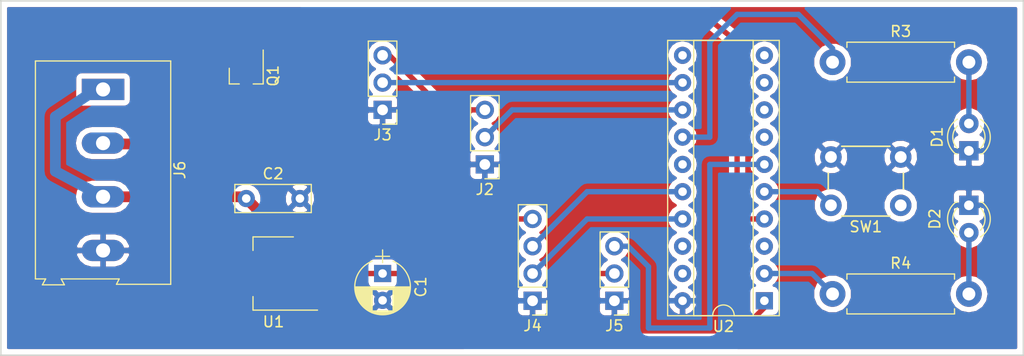
<source format=kicad_pcb>
(kicad_pcb (version 4) (host pcbnew 4.0.2+dfsg1-stable)

  (general
    (links 36)
    (no_connects 2)
    (area 106.604999 100.889999 202.005001 134.060001)
    (thickness 1.6)
    (drawings 4)
    (tracks 69)
    (zones 0)
    (modules 15)
    (nets 16)
  )

  (page A4)
  (layers
    (0 F.Cu signal)
    (31 B.Cu signal)
    (32 B.Adhes user)
    (33 F.Adhes user)
    (34 B.Paste user)
    (35 F.Paste user)
    (36 B.SilkS user)
    (37 F.SilkS user)
    (38 B.Mask user)
    (39 F.Mask user)
    (40 Dwgs.User user)
    (41 Cmts.User user)
    (42 Eco1.User user)
    (43 Eco2.User user)
    (44 Edge.Cuts user)
    (45 Margin user)
    (46 B.CrtYd user)
    (47 F.CrtYd user)
    (48 B.Fab user)
    (49 F.Fab user)
  )

  (setup
    (last_trace_width 0.5)
    (trace_clearance 0.5)
    (zone_clearance 0.508)
    (zone_45_only yes)
    (trace_min 0.2)
    (segment_width 0.2)
    (edge_width 0.15)
    (via_size 0.6)
    (via_drill 0.4)
    (via_min_size 0.4)
    (via_min_drill 0.3)
    (uvia_size 0.3)
    (uvia_drill 0.1)
    (uvias_allowed no)
    (uvia_min_size 0.2)
    (uvia_min_drill 0.1)
    (pcb_text_width 0.3)
    (pcb_text_size 1.5 1.5)
    (mod_edge_width 0.15)
    (mod_text_size 1 1)
    (mod_text_width 0.15)
    (pad_size 2 3.8)
    (pad_drill 0)
    (pad_to_mask_clearance 0.2)
    (aux_axis_origin 0 0)
    (visible_elements FFFFFF7F)
    (pcbplotparams
      (layerselection 0x00030_80000001)
      (usegerberextensions false)
      (excludeedgelayer true)
      (linewidth 0.100000)
      (plotframeref false)
      (viasonmask false)
      (mode 1)
      (useauxorigin false)
      (hpglpennumber 1)
      (hpglpenspeed 20)
      (hpglpendiameter 15)
      (hpglpenoverlay 2)
      (psnegative false)
      (psa4output false)
      (plotreference true)
      (plotvalue true)
      (plotinvisibletext false)
      (padsonsilk false)
      (subtractmaskfromsilk false)
      (outputformat 1)
      (mirror false)
      (drillshape 0)
      (scaleselection 1)
      (outputdirectory ../))
  )

  (net 0 "")
  (net 1 "Net-(C1-Pad1)")
  (net 2 "Net-(C1-Pad2)")
  (net 3 "Net-(D1-Pad2)")
  (net 4 "Net-(D2-Pad2)")
  (net 5 "Net-(J2-Pad2)")
  (net 6 "Net-(J3-Pad2)")
  (net 7 "Net-(J4-Pad2)")
  (net 8 "Net-(J4-Pad3)")
  (net 9 "Net-(SW1-Pad1)")
  (net 10 "Net-(R3-Pad1)")
  (net 11 "Net-(R4-Pad1)")
  (net 12 "Net-(J5-Pad3)")
  (net 13 "Net-(J6-Pad2)")
  (net 14 "Net-(Q1-Pad1)")
  (net 15 "Net-(C2-Pad1)")

  (net_class Default "This is the default net class."
    (clearance 0.5)
    (trace_width 0.5)
    (via_dia 0.6)
    (via_drill 0.4)
    (uvia_dia 0.3)
    (uvia_drill 0.1)
    (add_net "Net-(C1-Pad1)")
    (add_net "Net-(C1-Pad2)")
    (add_net "Net-(D1-Pad2)")
    (add_net "Net-(D2-Pad2)")
    (add_net "Net-(J2-Pad2)")
    (add_net "Net-(J3-Pad2)")
    (add_net "Net-(J4-Pad2)")
    (add_net "Net-(J4-Pad3)")
    (add_net "Net-(J5-Pad3)")
    (add_net "Net-(Q1-Pad1)")
    (add_net "Net-(R3-Pad1)")
    (add_net "Net-(R4-Pad1)")
    (add_net "Net-(SW1-Pad1)")
  )

  (net_class Wide ""
    (clearance 0.5)
    (trace_width 1)
    (via_dia 0.6)
    (via_drill 0.4)
    (uvia_dia 0.3)
    (uvia_drill 0.1)
    (add_net "Net-(C2-Pad1)")
    (add_net "Net-(J6-Pad2)")
  )

  (module TO_SOT_Packages_SMD:SOT-223 (layer F.Cu) (tedit 5A8D7665) (tstamp 5A8B6420)
    (at 132.08 126.365 180)
    (descr "module CMS SOT223 4 pins")
    (tags "CMS SOT")
    (path /5A4A4F7A)
    (attr smd)
    (fp_text reference U1 (at 0 -4.5 180) (layer F.SilkS)
      (effects (font (size 1 1) (thickness 0.15)))
    )
    (fp_text value "Reg 3.3V" (at 0 0 270) (layer F.Fab)
      (effects (font (size 1 1) (thickness 0.15)))
    )
    (fp_line (start -1.85 -2.3) (end -0.8 -3.35) (layer F.Fab) (width 0.1))
    (fp_line (start 1.91 3.41) (end 1.91 2.15) (layer F.SilkS) (width 0.12))
    (fp_line (start 1.91 -3.41) (end 1.91 -2.15) (layer F.SilkS) (width 0.12))
    (fp_line (start 4.4 -3.6) (end -4.4 -3.6) (layer F.CrtYd) (width 0.05))
    (fp_line (start 4.4 3.6) (end 4.4 -3.6) (layer F.CrtYd) (width 0.05))
    (fp_line (start -4.4 3.6) (end 4.4 3.6) (layer F.CrtYd) (width 0.05))
    (fp_line (start -4.4 -3.6) (end -4.4 3.6) (layer F.CrtYd) (width 0.05))
    (fp_line (start -1.85 -2.3) (end -1.85 3.35) (layer F.Fab) (width 0.1))
    (fp_line (start -1.85 3.41) (end 1.91 3.41) (layer F.SilkS) (width 0.12))
    (fp_line (start -0.8 -3.35) (end 1.85 -3.35) (layer F.Fab) (width 0.1))
    (fp_line (start -4.1 -3.41) (end 1.91 -3.41) (layer F.SilkS) (width 0.12))
    (fp_line (start -1.85 3.35) (end 1.85 3.35) (layer F.Fab) (width 0.1))
    (fp_line (start 1.85 -3.35) (end 1.85 3.35) (layer F.Fab) (width 0.1))
    (pad 2 smd rect (at 3.15 0 180) (size 2 3.8) (layers F.Cu F.Paste F.Mask)
      (net 1 "Net-(C1-Pad1)"))
    (pad 2 smd rect (at -3.15 0 180) (size 2 1.5) (layers F.Cu F.Paste F.Mask)
      (net 1 "Net-(C1-Pad1)"))
    (pad 3 smd rect (at -3.15 2.3 180) (size 2 1.5) (layers F.Cu F.Paste F.Mask)
      (net 15 "Net-(C2-Pad1)"))
    (pad 1 smd rect (at -3.15 -2.3 180) (size 2 1.5) (layers F.Cu F.Paste F.Mask)
      (net 2 "Net-(C1-Pad2)"))
    (model TO_SOT_Packages_SMD.3dshapes/SOT-223.wrl
      (at (xyz 0 0 0))
      (scale (xyz 0.4 0.4 0.4))
      (rotate (xyz 0 0 90))
    )
  )

  (module Capacitors_THT:CP_Radial_D5.0mm_P2.50mm (layer F.Cu) (tedit 5A8D4011) (tstamp 5A8B633B)
    (at 142.24 126.365 270)
    (descr "CP, Radial series, Radial, pin pitch=2.50mm, , diameter=5mm, Electrolytic Capacitor")
    (tags "CP Radial series Radial pin pitch 2.50mm  diameter 5mm Electrolytic Capacitor")
    (path /5A4A4C0F)
    (fp_text reference C1 (at 1.25 -3.56 270) (layer F.SilkS)
      (effects (font (size 1 1) (thickness 0.15)))
    )
    (fp_text value 10uF (at 5.715 0 360) (layer F.Fab)
      (effects (font (size 1 1) (thickness 0.15)))
    )
    (fp_arc (start 1.25 0) (end -1.147436 -0.98) (angle 135.5) (layer F.SilkS) (width 0.12))
    (fp_arc (start 1.25 0) (end -1.147436 0.98) (angle -135.5) (layer F.SilkS) (width 0.12))
    (fp_arc (start 1.25 0) (end 3.647436 -0.98) (angle 44.5) (layer F.SilkS) (width 0.12))
    (fp_circle (center 1.25 0) (end 3.75 0) (layer F.Fab) (width 0.1))
    (fp_line (start -2.2 0) (end -1 0) (layer F.Fab) (width 0.1))
    (fp_line (start -1.6 -0.65) (end -1.6 0.65) (layer F.Fab) (width 0.1))
    (fp_line (start 1.25 -2.55) (end 1.25 2.55) (layer F.SilkS) (width 0.12))
    (fp_line (start 1.29 -2.55) (end 1.29 2.55) (layer F.SilkS) (width 0.12))
    (fp_line (start 1.33 -2.549) (end 1.33 2.549) (layer F.SilkS) (width 0.12))
    (fp_line (start 1.37 -2.548) (end 1.37 2.548) (layer F.SilkS) (width 0.12))
    (fp_line (start 1.41 -2.546) (end 1.41 2.546) (layer F.SilkS) (width 0.12))
    (fp_line (start 1.45 -2.543) (end 1.45 2.543) (layer F.SilkS) (width 0.12))
    (fp_line (start 1.49 -2.539) (end 1.49 2.539) (layer F.SilkS) (width 0.12))
    (fp_line (start 1.53 -2.535) (end 1.53 -0.98) (layer F.SilkS) (width 0.12))
    (fp_line (start 1.53 0.98) (end 1.53 2.535) (layer F.SilkS) (width 0.12))
    (fp_line (start 1.57 -2.531) (end 1.57 -0.98) (layer F.SilkS) (width 0.12))
    (fp_line (start 1.57 0.98) (end 1.57 2.531) (layer F.SilkS) (width 0.12))
    (fp_line (start 1.61 -2.525) (end 1.61 -0.98) (layer F.SilkS) (width 0.12))
    (fp_line (start 1.61 0.98) (end 1.61 2.525) (layer F.SilkS) (width 0.12))
    (fp_line (start 1.65 -2.519) (end 1.65 -0.98) (layer F.SilkS) (width 0.12))
    (fp_line (start 1.65 0.98) (end 1.65 2.519) (layer F.SilkS) (width 0.12))
    (fp_line (start 1.69 -2.513) (end 1.69 -0.98) (layer F.SilkS) (width 0.12))
    (fp_line (start 1.69 0.98) (end 1.69 2.513) (layer F.SilkS) (width 0.12))
    (fp_line (start 1.73 -2.506) (end 1.73 -0.98) (layer F.SilkS) (width 0.12))
    (fp_line (start 1.73 0.98) (end 1.73 2.506) (layer F.SilkS) (width 0.12))
    (fp_line (start 1.77 -2.498) (end 1.77 -0.98) (layer F.SilkS) (width 0.12))
    (fp_line (start 1.77 0.98) (end 1.77 2.498) (layer F.SilkS) (width 0.12))
    (fp_line (start 1.81 -2.489) (end 1.81 -0.98) (layer F.SilkS) (width 0.12))
    (fp_line (start 1.81 0.98) (end 1.81 2.489) (layer F.SilkS) (width 0.12))
    (fp_line (start 1.85 -2.48) (end 1.85 -0.98) (layer F.SilkS) (width 0.12))
    (fp_line (start 1.85 0.98) (end 1.85 2.48) (layer F.SilkS) (width 0.12))
    (fp_line (start 1.89 -2.47) (end 1.89 -0.98) (layer F.SilkS) (width 0.12))
    (fp_line (start 1.89 0.98) (end 1.89 2.47) (layer F.SilkS) (width 0.12))
    (fp_line (start 1.93 -2.46) (end 1.93 -0.98) (layer F.SilkS) (width 0.12))
    (fp_line (start 1.93 0.98) (end 1.93 2.46) (layer F.SilkS) (width 0.12))
    (fp_line (start 1.971 -2.448) (end 1.971 -0.98) (layer F.SilkS) (width 0.12))
    (fp_line (start 1.971 0.98) (end 1.971 2.448) (layer F.SilkS) (width 0.12))
    (fp_line (start 2.011 -2.436) (end 2.011 -0.98) (layer F.SilkS) (width 0.12))
    (fp_line (start 2.011 0.98) (end 2.011 2.436) (layer F.SilkS) (width 0.12))
    (fp_line (start 2.051 -2.424) (end 2.051 -0.98) (layer F.SilkS) (width 0.12))
    (fp_line (start 2.051 0.98) (end 2.051 2.424) (layer F.SilkS) (width 0.12))
    (fp_line (start 2.091 -2.41) (end 2.091 -0.98) (layer F.SilkS) (width 0.12))
    (fp_line (start 2.091 0.98) (end 2.091 2.41) (layer F.SilkS) (width 0.12))
    (fp_line (start 2.131 -2.396) (end 2.131 -0.98) (layer F.SilkS) (width 0.12))
    (fp_line (start 2.131 0.98) (end 2.131 2.396) (layer F.SilkS) (width 0.12))
    (fp_line (start 2.171 -2.382) (end 2.171 -0.98) (layer F.SilkS) (width 0.12))
    (fp_line (start 2.171 0.98) (end 2.171 2.382) (layer F.SilkS) (width 0.12))
    (fp_line (start 2.211 -2.366) (end 2.211 -0.98) (layer F.SilkS) (width 0.12))
    (fp_line (start 2.211 0.98) (end 2.211 2.366) (layer F.SilkS) (width 0.12))
    (fp_line (start 2.251 -2.35) (end 2.251 -0.98) (layer F.SilkS) (width 0.12))
    (fp_line (start 2.251 0.98) (end 2.251 2.35) (layer F.SilkS) (width 0.12))
    (fp_line (start 2.291 -2.333) (end 2.291 -0.98) (layer F.SilkS) (width 0.12))
    (fp_line (start 2.291 0.98) (end 2.291 2.333) (layer F.SilkS) (width 0.12))
    (fp_line (start 2.331 -2.315) (end 2.331 -0.98) (layer F.SilkS) (width 0.12))
    (fp_line (start 2.331 0.98) (end 2.331 2.315) (layer F.SilkS) (width 0.12))
    (fp_line (start 2.371 -2.296) (end 2.371 -0.98) (layer F.SilkS) (width 0.12))
    (fp_line (start 2.371 0.98) (end 2.371 2.296) (layer F.SilkS) (width 0.12))
    (fp_line (start 2.411 -2.276) (end 2.411 -0.98) (layer F.SilkS) (width 0.12))
    (fp_line (start 2.411 0.98) (end 2.411 2.276) (layer F.SilkS) (width 0.12))
    (fp_line (start 2.451 -2.256) (end 2.451 -0.98) (layer F.SilkS) (width 0.12))
    (fp_line (start 2.451 0.98) (end 2.451 2.256) (layer F.SilkS) (width 0.12))
    (fp_line (start 2.491 -2.234) (end 2.491 -0.98) (layer F.SilkS) (width 0.12))
    (fp_line (start 2.491 0.98) (end 2.491 2.234) (layer F.SilkS) (width 0.12))
    (fp_line (start 2.531 -2.212) (end 2.531 -0.98) (layer F.SilkS) (width 0.12))
    (fp_line (start 2.531 0.98) (end 2.531 2.212) (layer F.SilkS) (width 0.12))
    (fp_line (start 2.571 -2.189) (end 2.571 -0.98) (layer F.SilkS) (width 0.12))
    (fp_line (start 2.571 0.98) (end 2.571 2.189) (layer F.SilkS) (width 0.12))
    (fp_line (start 2.611 -2.165) (end 2.611 -0.98) (layer F.SilkS) (width 0.12))
    (fp_line (start 2.611 0.98) (end 2.611 2.165) (layer F.SilkS) (width 0.12))
    (fp_line (start 2.651 -2.14) (end 2.651 -0.98) (layer F.SilkS) (width 0.12))
    (fp_line (start 2.651 0.98) (end 2.651 2.14) (layer F.SilkS) (width 0.12))
    (fp_line (start 2.691 -2.113) (end 2.691 -0.98) (layer F.SilkS) (width 0.12))
    (fp_line (start 2.691 0.98) (end 2.691 2.113) (layer F.SilkS) (width 0.12))
    (fp_line (start 2.731 -2.086) (end 2.731 -0.98) (layer F.SilkS) (width 0.12))
    (fp_line (start 2.731 0.98) (end 2.731 2.086) (layer F.SilkS) (width 0.12))
    (fp_line (start 2.771 -2.058) (end 2.771 -0.98) (layer F.SilkS) (width 0.12))
    (fp_line (start 2.771 0.98) (end 2.771 2.058) (layer F.SilkS) (width 0.12))
    (fp_line (start 2.811 -2.028) (end 2.811 -0.98) (layer F.SilkS) (width 0.12))
    (fp_line (start 2.811 0.98) (end 2.811 2.028) (layer F.SilkS) (width 0.12))
    (fp_line (start 2.851 -1.997) (end 2.851 -0.98) (layer F.SilkS) (width 0.12))
    (fp_line (start 2.851 0.98) (end 2.851 1.997) (layer F.SilkS) (width 0.12))
    (fp_line (start 2.891 -1.965) (end 2.891 -0.98) (layer F.SilkS) (width 0.12))
    (fp_line (start 2.891 0.98) (end 2.891 1.965) (layer F.SilkS) (width 0.12))
    (fp_line (start 2.931 -1.932) (end 2.931 -0.98) (layer F.SilkS) (width 0.12))
    (fp_line (start 2.931 0.98) (end 2.931 1.932) (layer F.SilkS) (width 0.12))
    (fp_line (start 2.971 -1.897) (end 2.971 -0.98) (layer F.SilkS) (width 0.12))
    (fp_line (start 2.971 0.98) (end 2.971 1.897) (layer F.SilkS) (width 0.12))
    (fp_line (start 3.011 -1.861) (end 3.011 -0.98) (layer F.SilkS) (width 0.12))
    (fp_line (start 3.011 0.98) (end 3.011 1.861) (layer F.SilkS) (width 0.12))
    (fp_line (start 3.051 -1.823) (end 3.051 -0.98) (layer F.SilkS) (width 0.12))
    (fp_line (start 3.051 0.98) (end 3.051 1.823) (layer F.SilkS) (width 0.12))
    (fp_line (start 3.091 -1.783) (end 3.091 -0.98) (layer F.SilkS) (width 0.12))
    (fp_line (start 3.091 0.98) (end 3.091 1.783) (layer F.SilkS) (width 0.12))
    (fp_line (start 3.131 -1.742) (end 3.131 -0.98) (layer F.SilkS) (width 0.12))
    (fp_line (start 3.131 0.98) (end 3.131 1.742) (layer F.SilkS) (width 0.12))
    (fp_line (start 3.171 -1.699) (end 3.171 -0.98) (layer F.SilkS) (width 0.12))
    (fp_line (start 3.171 0.98) (end 3.171 1.699) (layer F.SilkS) (width 0.12))
    (fp_line (start 3.211 -1.654) (end 3.211 -0.98) (layer F.SilkS) (width 0.12))
    (fp_line (start 3.211 0.98) (end 3.211 1.654) (layer F.SilkS) (width 0.12))
    (fp_line (start 3.251 -1.606) (end 3.251 -0.98) (layer F.SilkS) (width 0.12))
    (fp_line (start 3.251 0.98) (end 3.251 1.606) (layer F.SilkS) (width 0.12))
    (fp_line (start 3.291 -1.556) (end 3.291 -0.98) (layer F.SilkS) (width 0.12))
    (fp_line (start 3.291 0.98) (end 3.291 1.556) (layer F.SilkS) (width 0.12))
    (fp_line (start 3.331 -1.504) (end 3.331 -0.98) (layer F.SilkS) (width 0.12))
    (fp_line (start 3.331 0.98) (end 3.331 1.504) (layer F.SilkS) (width 0.12))
    (fp_line (start 3.371 -1.448) (end 3.371 -0.98) (layer F.SilkS) (width 0.12))
    (fp_line (start 3.371 0.98) (end 3.371 1.448) (layer F.SilkS) (width 0.12))
    (fp_line (start 3.411 -1.39) (end 3.411 -0.98) (layer F.SilkS) (width 0.12))
    (fp_line (start 3.411 0.98) (end 3.411 1.39) (layer F.SilkS) (width 0.12))
    (fp_line (start 3.451 -1.327) (end 3.451 -0.98) (layer F.SilkS) (width 0.12))
    (fp_line (start 3.451 0.98) (end 3.451 1.327) (layer F.SilkS) (width 0.12))
    (fp_line (start 3.491 -1.261) (end 3.491 1.261) (layer F.SilkS) (width 0.12))
    (fp_line (start 3.531 -1.189) (end 3.531 1.189) (layer F.SilkS) (width 0.12))
    (fp_line (start 3.571 -1.112) (end 3.571 1.112) (layer F.SilkS) (width 0.12))
    (fp_line (start 3.611 -1.028) (end 3.611 1.028) (layer F.SilkS) (width 0.12))
    (fp_line (start 3.651 -0.934) (end 3.651 0.934) (layer F.SilkS) (width 0.12))
    (fp_line (start 3.691 -0.829) (end 3.691 0.829) (layer F.SilkS) (width 0.12))
    (fp_line (start 3.731 -0.707) (end 3.731 0.707) (layer F.SilkS) (width 0.12))
    (fp_line (start 3.771 -0.559) (end 3.771 0.559) (layer F.SilkS) (width 0.12))
    (fp_line (start 3.811 -0.354) (end 3.811 0.354) (layer F.SilkS) (width 0.12))
    (fp_line (start -2.2 0) (end -1 0) (layer F.SilkS) (width 0.12))
    (fp_line (start -1.6 -0.65) (end -1.6 0.65) (layer F.SilkS) (width 0.12))
    (fp_line (start -1.6 -2.85) (end -1.6 2.85) (layer F.CrtYd) (width 0.05))
    (fp_line (start -1.6 2.85) (end 4.1 2.85) (layer F.CrtYd) (width 0.05))
    (fp_line (start 4.1 2.85) (end 4.1 -2.85) (layer F.CrtYd) (width 0.05))
    (fp_line (start 4.1 -2.85) (end -1.6 -2.85) (layer F.CrtYd) (width 0.05))
    (pad 1 thru_hole rect (at 0 0 270) (size 1.6 1.6) (drill 0.8) (layers *.Cu *.Mask)
      (net 1 "Net-(C1-Pad1)"))
    (pad 2 thru_hole circle (at 2.5 0 270) (size 1.6 1.6) (drill 0.8) (layers *.Cu *.Mask)
      (net 2 "Net-(C1-Pad2)"))
    (model Capacitors_THT.3dshapes/CP_Radial_D5.0mm_P2.50mm.wrl
      (at (xyz 0 0 0))
      (scale (xyz 0.393701 0.393701 0.393701))
      (rotate (xyz 0 0 0))
    )
  )

  (module LEDs:LED_D3.0mm (layer F.Cu) (tedit 5A8D865D) (tstamp 5A8B6341)
    (at 196.85 114.935 90)
    (descr "LED, diameter 3.0mm, 2 pins")
    (tags "LED diameter 3.0mm 2 pins")
    (path /5A4A535C)
    (fp_text reference D1 (at 1.27 -2.96 90) (layer F.SilkS)
      (effects (font (size 1 1) (thickness 0.15)))
    )
    (fp_text value Red (at 1.27 3.175 90) (layer F.Fab)
      (effects (font (size 1 1) (thickness 0.15)))
    )
    (fp_arc (start 1.27 0) (end -0.23 -1.16619) (angle 284.3) (layer F.Fab) (width 0.1))
    (fp_arc (start 1.27 0) (end -0.29 -1.235516) (angle 108.8) (layer F.SilkS) (width 0.12))
    (fp_arc (start 1.27 0) (end -0.29 1.235516) (angle -108.8) (layer F.SilkS) (width 0.12))
    (fp_arc (start 1.27 0) (end 0.229039 -1.08) (angle 87.9) (layer F.SilkS) (width 0.12))
    (fp_arc (start 1.27 0) (end 0.229039 1.08) (angle -87.9) (layer F.SilkS) (width 0.12))
    (fp_circle (center 1.27 0) (end 2.77 0) (layer F.Fab) (width 0.1))
    (fp_line (start -0.23 -1.16619) (end -0.23 1.16619) (layer F.Fab) (width 0.1))
    (fp_line (start -0.29 -1.236) (end -0.29 -1.08) (layer F.SilkS) (width 0.12))
    (fp_line (start -0.29 1.08) (end -0.29 1.236) (layer F.SilkS) (width 0.12))
    (fp_line (start -1.15 -2.25) (end -1.15 2.25) (layer F.CrtYd) (width 0.05))
    (fp_line (start -1.15 2.25) (end 3.7 2.25) (layer F.CrtYd) (width 0.05))
    (fp_line (start 3.7 2.25) (end 3.7 -2.25) (layer F.CrtYd) (width 0.05))
    (fp_line (start 3.7 -2.25) (end -1.15 -2.25) (layer F.CrtYd) (width 0.05))
    (pad 1 thru_hole rect (at 0 0 90) (size 1.8 1.8) (drill 0.9) (layers *.Cu *.Mask)
      (net 2 "Net-(C1-Pad2)"))
    (pad 2 thru_hole circle (at 2.54 0 90) (size 1.8 1.8) (drill 0.9) (layers *.Cu *.Mask)
      (net 3 "Net-(D1-Pad2)"))
    (model LEDs.3dshapes/LED_D3.0mm.wrl
      (at (xyz 0 0 0))
      (scale (xyz 0.393701 0.393701 0.393701))
      (rotate (xyz 0 0 0))
    )
  )

  (module LEDs:LED_D3.0mm (layer F.Cu) (tedit 5A8D8657) (tstamp 5A8B6347)
    (at 196.85 120.015 270)
    (descr "LED, diameter 3.0mm, 2 pins")
    (tags "LED diameter 3.0mm 2 pins")
    (path /5A4A52F3)
    (fp_text reference D2 (at 1.27 3.175 270) (layer F.SilkS)
      (effects (font (size 1 1) (thickness 0.15)))
    )
    (fp_text value Green (at 1.27 -3.175 270) (layer F.Fab)
      (effects (font (size 1 1) (thickness 0.15)))
    )
    (fp_arc (start 1.27 0) (end -0.23 -1.16619) (angle 284.3) (layer F.Fab) (width 0.1))
    (fp_arc (start 1.27 0) (end -0.29 -1.235516) (angle 108.8) (layer F.SilkS) (width 0.12))
    (fp_arc (start 1.27 0) (end -0.29 1.235516) (angle -108.8) (layer F.SilkS) (width 0.12))
    (fp_arc (start 1.27 0) (end 0.229039 -1.08) (angle 87.9) (layer F.SilkS) (width 0.12))
    (fp_arc (start 1.27 0) (end 0.229039 1.08) (angle -87.9) (layer F.SilkS) (width 0.12))
    (fp_circle (center 1.27 0) (end 2.77 0) (layer F.Fab) (width 0.1))
    (fp_line (start -0.23 -1.16619) (end -0.23 1.16619) (layer F.Fab) (width 0.1))
    (fp_line (start -0.29 -1.236) (end -0.29 -1.08) (layer F.SilkS) (width 0.12))
    (fp_line (start -0.29 1.08) (end -0.29 1.236) (layer F.SilkS) (width 0.12))
    (fp_line (start -1.15 -2.25) (end -1.15 2.25) (layer F.CrtYd) (width 0.05))
    (fp_line (start -1.15 2.25) (end 3.7 2.25) (layer F.CrtYd) (width 0.05))
    (fp_line (start 3.7 2.25) (end 3.7 -2.25) (layer F.CrtYd) (width 0.05))
    (fp_line (start 3.7 -2.25) (end -1.15 -2.25) (layer F.CrtYd) (width 0.05))
    (pad 1 thru_hole rect (at 0 0 270) (size 1.8 1.8) (drill 0.9) (layers *.Cu *.Mask)
      (net 2 "Net-(C1-Pad2)"))
    (pad 2 thru_hole circle (at 2.54 0 270) (size 1.8 1.8) (drill 0.9) (layers *.Cu *.Mask)
      (net 4 "Net-(D2-Pad2)"))
    (model LEDs.3dshapes/LED_D3.0mm.wrl
      (at (xyz 0 0 0))
      (scale (xyz 0.393701 0.393701 0.393701))
      (rotate (xyz 0 0 0))
    )
  )

  (module Socket_Strips:Socket_Strip_Straight_1x03_Pitch2.54mm (layer F.Cu) (tedit 5A8D3FE2) (tstamp 5A8B634E)
    (at 151.765 116.205 180)
    (descr "Through hole straight socket strip, 1x03, 2.54mm pitch, single row")
    (tags "Through hole socket strip THT 1x03 2.54mm single row")
    (path /5A4A5117)
    (fp_text reference J2 (at 0 -2.33 180) (layer F.SilkS)
      (effects (font (size 1 1) (thickness 0.15)))
    )
    (fp_text value "PIR Sensor 2" (at 3.175 1.905 270) (layer F.Fab)
      (effects (font (size 1 1) (thickness 0.15)))
    )
    (fp_line (start -1.27 -1.27) (end -1.27 6.35) (layer F.Fab) (width 0.1))
    (fp_line (start -1.27 6.35) (end 1.27 6.35) (layer F.Fab) (width 0.1))
    (fp_line (start 1.27 6.35) (end 1.27 -1.27) (layer F.Fab) (width 0.1))
    (fp_line (start 1.27 -1.27) (end -1.27 -1.27) (layer F.Fab) (width 0.1))
    (fp_line (start -1.33 1.27) (end -1.33 6.41) (layer F.SilkS) (width 0.12))
    (fp_line (start -1.33 6.41) (end 1.33 6.41) (layer F.SilkS) (width 0.12))
    (fp_line (start 1.33 6.41) (end 1.33 1.27) (layer F.SilkS) (width 0.12))
    (fp_line (start 1.33 1.27) (end -1.33 1.27) (layer F.SilkS) (width 0.12))
    (fp_line (start -1.33 0) (end -1.33 -1.33) (layer F.SilkS) (width 0.12))
    (fp_line (start -1.33 -1.33) (end 0 -1.33) (layer F.SilkS) (width 0.12))
    (fp_line (start -1.55 -1.55) (end -1.55 6.6) (layer F.CrtYd) (width 0.05))
    (fp_line (start -1.55 6.6) (end 1.55 6.6) (layer F.CrtYd) (width 0.05))
    (fp_line (start 1.55 6.6) (end 1.55 -1.55) (layer F.CrtYd) (width 0.05))
    (fp_line (start 1.55 -1.55) (end -1.55 -1.55) (layer F.CrtYd) (width 0.05))
    (pad 1 thru_hole rect (at 0 0 180) (size 1.7 1.7) (drill 1) (layers *.Cu *.Mask)
      (net 2 "Net-(C1-Pad2)"))
    (pad 2 thru_hole oval (at 0 2.54 180) (size 1.7 1.7) (drill 1) (layers *.Cu *.Mask)
      (net 5 "Net-(J2-Pad2)"))
    (pad 3 thru_hole oval (at 0 5.08 180) (size 1.7 1.7) (drill 1) (layers *.Cu *.Mask)
      (net 1 "Net-(C1-Pad1)"))
    (model Socket_Strips.3dshapes/Socket_Strip_Straight_1x03_Pitch2.54mm.wrl
      (at (xyz 0 -0.1 0))
      (scale (xyz 1 1 1))
      (rotate (xyz 0 0 270))
    )
  )

  (module Socket_Strips:Socket_Strip_Straight_1x03_Pitch2.54mm (layer F.Cu) (tedit 5A8D3FCA) (tstamp 5A8B6355)
    (at 142.24 111.125 180)
    (descr "Through hole straight socket strip, 1x03, 2.54mm pitch, single row")
    (tags "Through hole socket strip THT 1x03 2.54mm single row")
    (path /5A4A5096)
    (fp_text reference J3 (at 0 -2.33 180) (layer F.SilkS)
      (effects (font (size 1 1) (thickness 0.15)))
    )
    (fp_text value "PIR Sensor 1" (at 2.54 1.905 270) (layer F.Fab)
      (effects (font (size 1 1) (thickness 0.15)))
    )
    (fp_line (start -1.27 -1.27) (end -1.27 6.35) (layer F.Fab) (width 0.1))
    (fp_line (start -1.27 6.35) (end 1.27 6.35) (layer F.Fab) (width 0.1))
    (fp_line (start 1.27 6.35) (end 1.27 -1.27) (layer F.Fab) (width 0.1))
    (fp_line (start 1.27 -1.27) (end -1.27 -1.27) (layer F.Fab) (width 0.1))
    (fp_line (start -1.33 1.27) (end -1.33 6.41) (layer F.SilkS) (width 0.12))
    (fp_line (start -1.33 6.41) (end 1.33 6.41) (layer F.SilkS) (width 0.12))
    (fp_line (start 1.33 6.41) (end 1.33 1.27) (layer F.SilkS) (width 0.12))
    (fp_line (start 1.33 1.27) (end -1.33 1.27) (layer F.SilkS) (width 0.12))
    (fp_line (start -1.33 0) (end -1.33 -1.33) (layer F.SilkS) (width 0.12))
    (fp_line (start -1.33 -1.33) (end 0 -1.33) (layer F.SilkS) (width 0.12))
    (fp_line (start -1.55 -1.55) (end -1.55 6.6) (layer F.CrtYd) (width 0.05))
    (fp_line (start -1.55 6.6) (end 1.55 6.6) (layer F.CrtYd) (width 0.05))
    (fp_line (start 1.55 6.6) (end 1.55 -1.55) (layer F.CrtYd) (width 0.05))
    (fp_line (start 1.55 -1.55) (end -1.55 -1.55) (layer F.CrtYd) (width 0.05))
    (pad 1 thru_hole rect (at 0 0 180) (size 1.7 1.7) (drill 1) (layers *.Cu *.Mask)
      (net 2 "Net-(C1-Pad2)"))
    (pad 2 thru_hole oval (at 0 2.54 180) (size 1.7 1.7) (drill 1) (layers *.Cu *.Mask)
      (net 6 "Net-(J3-Pad2)"))
    (pad 3 thru_hole oval (at 0 5.08 180) (size 1.7 1.7) (drill 1) (layers *.Cu *.Mask)
      (net 1 "Net-(C1-Pad1)"))
    (model Socket_Strips.3dshapes/Socket_Strip_Straight_1x03_Pitch2.54mm.wrl
      (at (xyz 0 -0.1 0))
      (scale (xyz 1 1 1))
      (rotate (xyz 0 0 270))
    )
  )

  (module Socket_Strips:Socket_Strip_Straight_1x04_Pitch2.54mm (layer F.Cu) (tedit 5A8D3FF3) (tstamp 5A8B635D)
    (at 156.21 128.905 180)
    (descr "Through hole straight socket strip, 1x04, 2.54mm pitch, single row")
    (tags "Through hole socket strip THT 1x04 2.54mm single row")
    (path /5A4A5801)
    (fp_text reference J4 (at 0 -2.33 180) (layer F.SilkS)
      (effects (font (size 1 1) (thickness 0.15)))
    )
    (fp_text value "PROG Header" (at 2.54 3.175 270) (layer F.Fab)
      (effects (font (size 1 1) (thickness 0.15)))
    )
    (fp_line (start -1.27 -1.27) (end -1.27 8.89) (layer F.Fab) (width 0.1))
    (fp_line (start -1.27 8.89) (end 1.27 8.89) (layer F.Fab) (width 0.1))
    (fp_line (start 1.27 8.89) (end 1.27 -1.27) (layer F.Fab) (width 0.1))
    (fp_line (start 1.27 -1.27) (end -1.27 -1.27) (layer F.Fab) (width 0.1))
    (fp_line (start -1.33 1.27) (end -1.33 8.95) (layer F.SilkS) (width 0.12))
    (fp_line (start -1.33 8.95) (end 1.33 8.95) (layer F.SilkS) (width 0.12))
    (fp_line (start 1.33 8.95) (end 1.33 1.27) (layer F.SilkS) (width 0.12))
    (fp_line (start 1.33 1.27) (end -1.33 1.27) (layer F.SilkS) (width 0.12))
    (fp_line (start -1.33 0) (end -1.33 -1.33) (layer F.SilkS) (width 0.12))
    (fp_line (start -1.33 -1.33) (end 0 -1.33) (layer F.SilkS) (width 0.12))
    (fp_line (start -1.55 -1.55) (end -1.55 9.15) (layer F.CrtYd) (width 0.05))
    (fp_line (start -1.55 9.15) (end 1.55 9.15) (layer F.CrtYd) (width 0.05))
    (fp_line (start 1.55 9.15) (end 1.55 -1.55) (layer F.CrtYd) (width 0.05))
    (fp_line (start 1.55 -1.55) (end -1.55 -1.55) (layer F.CrtYd) (width 0.05))
    (pad 1 thru_hole rect (at 0 0 180) (size 1.7 1.7) (drill 1) (layers *.Cu *.Mask)
      (net 2 "Net-(C1-Pad2)"))
    (pad 2 thru_hole oval (at 0 2.54 180) (size 1.7 1.7) (drill 1) (layers *.Cu *.Mask)
      (net 7 "Net-(J4-Pad2)"))
    (pad 3 thru_hole oval (at 0 5.08 180) (size 1.7 1.7) (drill 1) (layers *.Cu *.Mask)
      (net 8 "Net-(J4-Pad3)"))
    (pad 4 thru_hole oval (at 0 7.62 180) (size 1.7 1.7) (drill 1) (layers *.Cu *.Mask)
      (net 1 "Net-(C1-Pad1)"))
    (model Socket_Strips.3dshapes/Socket_Strip_Straight_1x04_Pitch2.54mm.wrl
      (at (xyz 0 -0.15 0))
      (scale (xyz 1 1 1))
      (rotate (xyz 0 0 270))
    )
  )

  (module Socket_Strips:Socket_Strip_Straight_1x03_Pitch2.54mm (layer F.Cu) (tedit 5A8D8686) (tstamp 5A8B6364)
    (at 163.83 128.905 180)
    (descr "Through hole straight socket strip, 1x03, 2.54mm pitch, single row")
    (tags "Through hole socket strip THT 1x03 2.54mm single row")
    (path /5A4A4FE3)
    (fp_text reference J5 (at 0 -2.33 180) (layer F.SilkS)
      (effects (font (size 1 1) (thickness 0.15)))
    )
    (fp_text value "Light Sensor" (at 2.54 1.905 270) (layer F.Fab)
      (effects (font (size 1 1) (thickness 0.15)))
    )
    (fp_line (start -1.27 -1.27) (end -1.27 6.35) (layer F.Fab) (width 0.1))
    (fp_line (start -1.27 6.35) (end 1.27 6.35) (layer F.Fab) (width 0.1))
    (fp_line (start 1.27 6.35) (end 1.27 -1.27) (layer F.Fab) (width 0.1))
    (fp_line (start 1.27 -1.27) (end -1.27 -1.27) (layer F.Fab) (width 0.1))
    (fp_line (start -1.33 1.27) (end -1.33 6.41) (layer F.SilkS) (width 0.12))
    (fp_line (start -1.33 6.41) (end 1.33 6.41) (layer F.SilkS) (width 0.12))
    (fp_line (start 1.33 6.41) (end 1.33 1.27) (layer F.SilkS) (width 0.12))
    (fp_line (start 1.33 1.27) (end -1.33 1.27) (layer F.SilkS) (width 0.12))
    (fp_line (start -1.33 0) (end -1.33 -1.33) (layer F.SilkS) (width 0.12))
    (fp_line (start -1.33 -1.33) (end 0 -1.33) (layer F.SilkS) (width 0.12))
    (fp_line (start -1.55 -1.55) (end -1.55 6.6) (layer F.CrtYd) (width 0.05))
    (fp_line (start -1.55 6.6) (end 1.55 6.6) (layer F.CrtYd) (width 0.05))
    (fp_line (start 1.55 6.6) (end 1.55 -1.55) (layer F.CrtYd) (width 0.05))
    (fp_line (start 1.55 -1.55) (end -1.55 -1.55) (layer F.CrtYd) (width 0.05))
    (pad 1 thru_hole rect (at 0 0 180) (size 1.7 1.7) (drill 1) (layers *.Cu *.Mask)
      (net 2 "Net-(C1-Pad2)"))
    (pad 2 thru_hole oval (at 0 2.54 180) (size 1.7 1.7) (drill 1) (layers *.Cu *.Mask)
      (net 1 "Net-(C1-Pad1)"))
    (pad 3 thru_hole oval (at 0 5.08 180) (size 1.7 1.7) (drill 1) (layers *.Cu *.Mask)
      (net 12 "Net-(J5-Pad3)"))
    (model Socket_Strips.3dshapes/Socket_Strip_Straight_1x03_Pitch2.54mm.wrl
      (at (xyz 0 -0.1 0))
      (scale (xyz 1 1 1))
      (rotate (xyz 0 0 270))
    )
  )

  (module Connectors:AK300-4 (layer F.Cu) (tedit 587FD4EE) (tstamp 5A8B63FD)
    (at 116.205 109.22 270)
    (descr CONNECTOR)
    (tags CONNECTOR)
    (path /5A4A4EAE)
    (fp_text reference J6 (at 7.5 -7.15 270) (layer F.SilkS)
      (effects (font (size 1 1) (thickness 0.15)))
    )
    (fp_text value "Power IN/OUT 12V" (at 7.45 7.45 270) (layer F.Fab)
      (effects (font (size 1 1) (thickness 0.15)))
    )
    (fp_line (start -2.65 -6.3) (end 18.15 -6.3) (layer F.SilkS) (width 0.12))
    (fp_line (start 18.15 -6.3) (end 18.15 -1.25) (layer F.SilkS) (width 0.12))
    (fp_line (start 18.15 -1.25) (end 17.65 -1.5) (layer F.SilkS) (width 0.12))
    (fp_line (start 17.65 -1.5) (end 17.65 3.9) (layer F.SilkS) (width 0.12))
    (fp_line (start 17.65 3.9) (end 18.2 3.6) (layer F.SilkS) (width 0.12))
    (fp_line (start 18.2 3.6) (end 18.2 5.65) (layer F.SilkS) (width 0.12))
    (fp_line (start 18.2 5.65) (end 17.65 5.35) (layer F.SilkS) (width 0.12))
    (fp_line (start 17.65 5.35) (end 17.65 6.3) (layer F.SilkS) (width 0.12))
    (fp_line (start 17.65 6.3) (end -2.65 6.3) (layer F.SilkS) (width 0.12))
    (fp_line (start -2.65 6.3) (end -2.65 -6.3) (layer F.SilkS) (width 0.12))
    (fp_line (start 18.35 -6.47) (end 18.35 6.47) (layer F.CrtYd) (width 0.05))
    (fp_line (start -2.83 -6.47) (end -2.83 6.47) (layer F.CrtYd) (width 0.05))
    (fp_line (start -2.83 6.47) (end 18.35 6.47) (layer F.CrtYd) (width 0.05))
    (fp_line (start -2.83 -6.47) (end 18.35 -6.47) (layer F.CrtYd) (width 0.05))
    (fp_line (start 8.75 -0.25) (end 8.75 2.54) (layer F.Fab) (width 0.1))
    (fp_line (start 8.75 2.54) (end 11.29 2.54) (layer F.Fab) (width 0.1))
    (fp_line (start 11.29 2.54) (end 11.29 -0.25) (layer F.Fab) (width 0.1))
    (fp_line (start 7.94 -3.43) (end 7.94 -5.97) (layer F.Fab) (width 0.1))
    (fp_line (start 7.94 -5.97) (end 12 -5.97) (layer F.Fab) (width 0.1))
    (fp_line (start 12 -5.97) (end 12 -3.43) (layer F.Fab) (width 0.1))
    (fp_line (start 12 -3.43) (end 7.94 -3.43) (layer F.Fab) (width 0.1))
    (fp_line (start 8.34 -4.45) (end 11.39 -5.08) (layer F.Fab) (width 0.1))
    (fp_line (start 8.47 -4.32) (end 11.52 -4.95) (layer F.Fab) (width 0.1))
    (fp_line (start 7.99 4.32) (end 12.05 4.32) (layer F.Fab) (width 0.1))
    (fp_line (start 12.05 6.22) (end 12.05 -0.25) (layer F.Fab) (width 0.1))
    (fp_line (start 8.37 0.51) (end 8.75 0.51) (layer F.Fab) (width 0.1))
    (fp_line (start 8.37 0.51) (end 8.37 3.68) (layer F.Fab) (width 0.1))
    (fp_line (start 8.37 3.68) (end 11.67 3.68) (layer F.Fab) (width 0.1))
    (fp_line (start 11.67 3.68) (end 11.67 0.51) (layer F.Fab) (width 0.1))
    (fp_line (start 11.67 0.51) (end 11.29 0.51) (layer F.Fab) (width 0.1))
    (fp_line (start 12.51 -0.64) (end 17.59 -0.64) (layer F.Fab) (width 0.1))
    (fp_line (start 7.99 6.22) (end 7.99 -0.25) (layer F.Fab) (width 0.1))
    (fp_line (start 7.99 -0.25) (end 12.05 -0.25) (layer F.Fab) (width 0.1))
    (fp_line (start 16.95 6.22) (end 13.02 6.22) (layer F.Fab) (width 0.1))
    (fp_line (start 13.17 6.22) (end 7.07 6.22) (layer F.Fab) (width 0.1))
    (fp_line (start 17.59 -3.05) (end -2.58 -3.05) (layer F.Fab) (width 0.1))
    (fp_line (start 17.74 -6.22) (end -2.58 -6.22) (layer F.Fab) (width 0.1))
    (fp_line (start 12.66 -0.64) (end -2.52 -0.64) (layer F.Fab) (width 0.1))
    (fp_line (start 12.95 4) (end 12.95 -0.25) (layer F.Fab) (width 0.1))
    (fp_line (start 13.35 -0.25) (end 16.65 -0.25) (layer F.Fab) (width 0.1))
    (fp_line (start 12.97 -0.25) (end 13.35 -0.25) (layer F.Fab) (width 0.1))
    (fp_line (start 17.03 -0.25) (end 16.65 -0.25) (layer F.Fab) (width 0.1))
    (fp_line (start 13.5 -4.32) (end 16.55 -4.95) (layer F.Fab) (width 0.1))
    (fp_line (start 13.37 -4.45) (end 16.42 -5.08) (layer F.Fab) (width 0.1))
    (fp_line (start 17.03 -3.43) (end 12.97 -3.43) (layer F.Fab) (width 0.1))
    (fp_line (start 17.03 -5.97) (end 17.03 -3.43) (layer F.Fab) (width 0.1))
    (fp_line (start 12.97 -5.97) (end 17.03 -5.97) (layer F.Fab) (width 0.1))
    (fp_line (start 12.97 -3.43) (end 12.97 -5.97) (layer F.Fab) (width 0.1))
    (fp_line (start 17.59 -3.17) (end 17.59 -1.65) (layer F.Fab) (width 0.1))
    (fp_line (start 17.59 -0.64) (end 17.59 4.06) (layer F.Fab) (width 0.1))
    (fp_line (start 17.59 -1.65) (end 17.59 -0.64) (layer F.Fab) (width 0.1))
    (fp_line (start 16.65 0.51) (end 16.27 0.51) (layer F.Fab) (width 0.1))
    (fp_line (start 13.35 0.51) (end 13.73 0.51) (layer F.Fab) (width 0.1))
    (fp_line (start 13.35 3.68) (end 13.35 0.51) (layer F.Fab) (width 0.1))
    (fp_line (start 16.65 3.68) (end 13.35 3.68) (layer F.Fab) (width 0.1))
    (fp_line (start 16.65 3.68) (end 16.65 0.51) (layer F.Fab) (width 0.1))
    (fp_line (start 17.03 4.32) (end 17.03 6.22) (layer F.Fab) (width 0.1))
    (fp_line (start 12.97 4.32) (end 17.03 4.32) (layer F.Fab) (width 0.1))
    (fp_line (start 17.03 6.22) (end 17.59 6.22) (layer F.Fab) (width 0.1))
    (fp_line (start 17.03 -0.25) (end 17.03 4.32) (layer F.Fab) (width 0.1))
    (fp_line (start 12.97 6.22) (end 12.97 4.32) (layer F.Fab) (width 0.1))
    (fp_line (start 18.1 3.81) (end 18.1 5.46) (layer F.Fab) (width 0.1))
    (fp_line (start 17.59 4.06) (end 17.59 5.21) (layer F.Fab) (width 0.1))
    (fp_line (start 18.1 3.81) (end 17.59 4.06) (layer F.Fab) (width 0.1))
    (fp_line (start 17.59 5.21) (end 17.59 6.22) (layer F.Fab) (width 0.1))
    (fp_line (start 18.1 5.46) (end 17.59 5.21) (layer F.Fab) (width 0.1))
    (fp_line (start 18.1 -1.4) (end 17.59 -1.65) (layer F.Fab) (width 0.1))
    (fp_line (start 18.1 -6.22) (end 18.1 -1.4) (layer F.Fab) (width 0.1))
    (fp_line (start 17.59 -6.22) (end 18.1 -6.22) (layer F.Fab) (width 0.1))
    (fp_line (start 17.59 -6.22) (end 17.59 -3.17) (layer F.Fab) (width 0.1))
    (fp_line (start 13.73 2.54) (end 13.73 -0.25) (layer F.Fab) (width 0.1))
    (fp_line (start 13.73 -0.25) (end 16.27 -0.25) (layer F.Fab) (width 0.1))
    (fp_line (start 16.27 2.54) (end 16.27 -0.25) (layer F.Fab) (width 0.1))
    (fp_line (start 13.73 2.54) (end 16.27 2.54) (layer F.Fab) (width 0.1))
    (fp_line (start -1.28 2.54) (end 1.26 2.54) (layer F.Fab) (width 0.1))
    (fp_line (start 1.26 2.54) (end 1.26 -0.25) (layer F.Fab) (width 0.1))
    (fp_line (start -1.28 -0.25) (end 1.26 -0.25) (layer F.Fab) (width 0.1))
    (fp_line (start -1.28 2.54) (end -1.28 -0.25) (layer F.Fab) (width 0.1))
    (fp_line (start 3.72 2.54) (end 6.26 2.54) (layer F.Fab) (width 0.1))
    (fp_line (start 6.26 2.54) (end 6.26 -0.25) (layer F.Fab) (width 0.1))
    (fp_line (start 3.72 -0.25) (end 6.26 -0.25) (layer F.Fab) (width 0.1))
    (fp_line (start 3.72 2.54) (end 3.72 -0.25) (layer F.Fab) (width 0.1))
    (fp_line (start 12.95 5.21) (end 12.95 6.22) (layer F.Fab) (width 0.1))
    (fp_line (start 12.95 4.06) (end 12.95 5.21) (layer F.Fab) (width 0.1))
    (fp_line (start 2.96 6.22) (end 2.96 4.32) (layer F.Fab) (width 0.1))
    (fp_line (start 7.02 -0.25) (end 7.02 4.32) (layer F.Fab) (width 0.1))
    (fp_line (start 2.96 6.22) (end 7.02 6.22) (layer F.Fab) (width 0.1))
    (fp_line (start 2.02 6.22) (end 2.02 4.32) (layer F.Fab) (width 0.1))
    (fp_line (start 2.02 6.22) (end 2.96 6.22) (layer F.Fab) (width 0.1))
    (fp_line (start -2.05 -0.25) (end -2.05 4.32) (layer F.Fab) (width 0.1))
    (fp_line (start -2.58 6.22) (end -2.05 6.22) (layer F.Fab) (width 0.1))
    (fp_line (start -2.05 6.22) (end 2.02 6.22) (layer F.Fab) (width 0.1))
    (fp_line (start 2.96 4.32) (end 7.02 4.32) (layer F.Fab) (width 0.1))
    (fp_line (start 2.96 4.32) (end 2.96 -0.25) (layer F.Fab) (width 0.1))
    (fp_line (start 7.02 4.32) (end 7.02 6.22) (layer F.Fab) (width 0.1))
    (fp_line (start 2.02 4.32) (end -2.05 4.32) (layer F.Fab) (width 0.1))
    (fp_line (start 2.02 4.32) (end 2.02 -0.25) (layer F.Fab) (width 0.1))
    (fp_line (start -2.05 4.32) (end -2.05 6.22) (layer F.Fab) (width 0.1))
    (fp_line (start 6.64 3.68) (end 6.64 0.51) (layer F.Fab) (width 0.1))
    (fp_line (start 6.64 3.68) (end 3.34 3.68) (layer F.Fab) (width 0.1))
    (fp_line (start 3.34 3.68) (end 3.34 0.51) (layer F.Fab) (width 0.1))
    (fp_line (start 1.64 3.68) (end 1.64 0.51) (layer F.Fab) (width 0.1))
    (fp_line (start 1.64 3.68) (end -1.67 3.68) (layer F.Fab) (width 0.1))
    (fp_line (start -1.67 3.68) (end -1.67 0.51) (layer F.Fab) (width 0.1))
    (fp_line (start -1.67 0.51) (end -1.28 0.51) (layer F.Fab) (width 0.1))
    (fp_line (start 1.64 0.51) (end 1.26 0.51) (layer F.Fab) (width 0.1))
    (fp_line (start 3.34 0.51) (end 3.72 0.51) (layer F.Fab) (width 0.1))
    (fp_line (start 6.64 0.51) (end 6.26 0.51) (layer F.Fab) (width 0.1))
    (fp_line (start -2.58 6.22) (end -2.58 -0.64) (layer F.Fab) (width 0.1))
    (fp_line (start -2.58 -0.64) (end -2.58 -3.17) (layer F.Fab) (width 0.1))
    (fp_line (start -2.58 -3.17) (end -2.58 -6.22) (layer F.Fab) (width 0.1))
    (fp_line (start 2.96 -3.43) (end 2.96 -5.97) (layer F.Fab) (width 0.1))
    (fp_line (start 2.96 -5.97) (end 7.02 -5.97) (layer F.Fab) (width 0.1))
    (fp_line (start 7.02 -5.97) (end 7.02 -3.43) (layer F.Fab) (width 0.1))
    (fp_line (start 7.02 -3.43) (end 2.96 -3.43) (layer F.Fab) (width 0.1))
    (fp_line (start 2.02 -3.43) (end 2.02 -5.97) (layer F.Fab) (width 0.1))
    (fp_line (start 2.02 -3.43) (end -2.05 -3.43) (layer F.Fab) (width 0.1))
    (fp_line (start -2.05 -3.43) (end -2.05 -5.97) (layer F.Fab) (width 0.1))
    (fp_line (start 2.02 -5.97) (end -2.05 -5.97) (layer F.Fab) (width 0.1))
    (fp_line (start 3.36 -4.45) (end 6.41 -5.08) (layer F.Fab) (width 0.1))
    (fp_line (start 3.49 -4.32) (end 6.54 -4.95) (layer F.Fab) (width 0.1))
    (fp_line (start -1.64 -4.45) (end 1.41 -5.08) (layer F.Fab) (width 0.1))
    (fp_line (start -1.51 -4.32) (end 1.53 -4.95) (layer F.Fab) (width 0.1))
    (fp_line (start -2.05 -0.25) (end -1.67 -0.25) (layer F.Fab) (width 0.1))
    (fp_line (start 2.02 -0.25) (end 1.64 -0.25) (layer F.Fab) (width 0.1))
    (fp_line (start 1.64 -0.25) (end -1.67 -0.25) (layer F.Fab) (width 0.1))
    (fp_line (start 7.02 -0.25) (end 6.64 -0.25) (layer F.Fab) (width 0.1))
    (fp_line (start 2.96 -0.25) (end 3.34 -0.25) (layer F.Fab) (width 0.1))
    (fp_line (start 3.34 -0.25) (end 6.64 -0.25) (layer F.Fab) (width 0.1))
    (fp_arc (start 10.99 -4.59) (end 11.49 -5.05) (angle 90.5) (layer F.Fab) (width 0.1))
    (fp_arc (start 10.02 -6.07) (end 11.48 -4.12) (angle 75.5) (layer F.Fab) (width 0.1))
    (fp_arc (start 9.94 -3.71) (end 8.34 -5) (angle 100) (layer F.Fab) (width 0.1))
    (fp_arc (start 8.83 -4.65) (end 8.54 -4.13) (angle 104.2) (layer F.Fab) (width 0.1))
    (fp_arc (start 13.86 -4.65) (end 13.57 -4.13) (angle 104.2) (layer F.Fab) (width 0.1))
    (fp_arc (start 14.97 -3.71) (end 13.37 -5) (angle 100) (layer F.Fab) (width 0.1))
    (fp_arc (start 15.05 -6.07) (end 16.51 -4.12) (angle 75.5) (layer F.Fab) (width 0.1))
    (fp_arc (start 16.02 -4.59) (end 16.52 -5.05) (angle 90.5) (layer F.Fab) (width 0.1))
    (fp_arc (start 6.01 -4.59) (end 6.51 -5.05) (angle 90.5) (layer F.Fab) (width 0.1))
    (fp_arc (start 5.04 -6.07) (end 6.5 -4.12) (angle 75.5) (layer F.Fab) (width 0.1))
    (fp_arc (start 4.96 -3.71) (end 3.36 -5) (angle 100) (layer F.Fab) (width 0.1))
    (fp_arc (start 3.85 -4.65) (end 3.56 -4.13) (angle 104.2) (layer F.Fab) (width 0.1))
    (fp_arc (start 1 -4.59) (end 1.51 -5.05) (angle 90.5) (layer F.Fab) (width 0.1))
    (fp_arc (start 0.04 -6.07) (end 1.5 -4.12) (angle 75.5) (layer F.Fab) (width 0.1))
    (fp_arc (start -0.04 -3.71) (end -1.64 -5) (angle 100) (layer F.Fab) (width 0.1))
    (fp_arc (start -1.16 -4.65) (end -1.44 -4.13) (angle 104.2) (layer F.Fab) (width 0.1))
    (pad 1 thru_hole rect (at 0 0 270) (size 1.98 3.96) (drill 1.32) (layers *.Cu F.Paste F.Mask)
      (net 15 "Net-(C2-Pad1)"))
    (pad 2 thru_hole oval (at 5 0 270) (size 1.98 3.96) (drill 1.32) (layers *.Cu F.Paste F.Mask)
      (net 13 "Net-(J6-Pad2)"))
    (pad 4 thru_hole oval (at 15 0 270) (size 1.98 3.96) (drill 1.32) (layers *.Cu F.Paste F.Mask)
      (net 2 "Net-(C1-Pad2)"))
    (pad 3 thru_hole oval (at 10 0 270) (size 1.98 3.96) (drill 1.32) (layers *.Cu *.Mask)
      (net 15 "Net-(C2-Pad1)"))
  )

  (module TO_SOT_Packages_SMD:SOT-23_Handsoldering (layer F.Cu) (tedit 5A8D869F) (tstamp 5A8B6404)
    (at 129.54 107.95 270)
    (descr "SOT-23, Handsoldering")
    (tags SOT-23)
    (path /5A4A4F0F)
    (attr smd)
    (fp_text reference Q1 (at 0 -2.5 270) (layer F.SilkS)
      (effects (font (size 1 1) (thickness 0.15)))
    )
    (fp_text value IRLML2502 (at -4.445 1.27 360) (layer F.Fab)
      (effects (font (size 1 1) (thickness 0.15)))
    )
    (fp_line (start 0.76 1.58) (end 0.76 0.65) (layer F.SilkS) (width 0.12))
    (fp_line (start 0.76 -1.58) (end 0.76 -0.65) (layer F.SilkS) (width 0.12))
    (fp_line (start -2.7 -1.75) (end 2.7 -1.75) (layer F.CrtYd) (width 0.05))
    (fp_line (start 2.7 -1.75) (end 2.7 1.75) (layer F.CrtYd) (width 0.05))
    (fp_line (start 2.7 1.75) (end -2.7 1.75) (layer F.CrtYd) (width 0.05))
    (fp_line (start -2.7 1.75) (end -2.7 -1.75) (layer F.CrtYd) (width 0.05))
    (fp_line (start 0.76 -1.58) (end -2.4 -1.58) (layer F.SilkS) (width 0.12))
    (fp_line (start -0.7 -0.95) (end -0.7 1.5) (layer F.Fab) (width 0.1))
    (fp_line (start -0.15 -1.52) (end 0.7 -1.52) (layer F.Fab) (width 0.1))
    (fp_line (start -0.7 -0.95) (end -0.15 -1.52) (layer F.Fab) (width 0.1))
    (fp_line (start 0.7 -1.52) (end 0.7 1.52) (layer F.Fab) (width 0.1))
    (fp_line (start -0.7 1.52) (end 0.7 1.52) (layer F.Fab) (width 0.1))
    (fp_line (start 0.76 1.58) (end -0.7 1.58) (layer F.SilkS) (width 0.12))
    (pad 1 smd rect (at -1.5 -0.95 270) (size 1.9 0.8) (layers F.Cu F.Paste F.Mask)
      (net 14 "Net-(Q1-Pad1)"))
    (pad 2 smd rect (at -1.5 0.95 270) (size 1.9 0.8) (layers F.Cu F.Paste F.Mask)
      (net 2 "Net-(C1-Pad2)"))
    (pad 3 smd rect (at 1.5 0 270) (size 1.9 0.8) (layers F.Cu F.Paste F.Mask)
      (net 13 "Net-(J6-Pad2)"))
    (model TO_SOT_Packages_SMD.3dshapes\SOT-23_Handsoldering.wrl
      (at (xyz 0 0 0))
      (scale (xyz 1 1 1))
      (rotate (xyz 0 0 90))
    )
  )

  (module Resistors_THT:R_Axial_DIN0411_L9.9mm_D3.6mm_P12.70mm_Horizontal (layer F.Cu) (tedit 5874F706) (tstamp 5A8B640A)
    (at 184.15 106.68)
    (descr "Resistor, Axial_DIN0411 series, Axial, Horizontal, pin pitch=12.7mm, 1W = 1/1W, length*diameter=9.9*3.6mm^2")
    (tags "Resistor Axial_DIN0411 series Axial Horizontal pin pitch 12.7mm 1W = 1/1W length 9.9mm diameter 3.6mm")
    (path /5A4C95F9)
    (fp_text reference R3 (at 6.35 -2.86) (layer F.SilkS)
      (effects (font (size 1 1) (thickness 0.15)))
    )
    (fp_text value 47Ω (at 6.35 2.86) (layer F.Fab)
      (effects (font (size 1 1) (thickness 0.15)))
    )
    (fp_line (start 1.4 -1.8) (end 1.4 1.8) (layer F.Fab) (width 0.1))
    (fp_line (start 1.4 1.8) (end 11.3 1.8) (layer F.Fab) (width 0.1))
    (fp_line (start 11.3 1.8) (end 11.3 -1.8) (layer F.Fab) (width 0.1))
    (fp_line (start 11.3 -1.8) (end 1.4 -1.8) (layer F.Fab) (width 0.1))
    (fp_line (start 0 0) (end 1.4 0) (layer F.Fab) (width 0.1))
    (fp_line (start 12.7 0) (end 11.3 0) (layer F.Fab) (width 0.1))
    (fp_line (start 1.34 -1.38) (end 1.34 -1.86) (layer F.SilkS) (width 0.12))
    (fp_line (start 1.34 -1.86) (end 11.36 -1.86) (layer F.SilkS) (width 0.12))
    (fp_line (start 11.36 -1.86) (end 11.36 -1.38) (layer F.SilkS) (width 0.12))
    (fp_line (start 1.34 1.38) (end 1.34 1.86) (layer F.SilkS) (width 0.12))
    (fp_line (start 1.34 1.86) (end 11.36 1.86) (layer F.SilkS) (width 0.12))
    (fp_line (start 11.36 1.86) (end 11.36 1.38) (layer F.SilkS) (width 0.12))
    (fp_line (start -1.45 -2.15) (end -1.45 2.15) (layer F.CrtYd) (width 0.05))
    (fp_line (start -1.45 2.15) (end 14.15 2.15) (layer F.CrtYd) (width 0.05))
    (fp_line (start 14.15 2.15) (end 14.15 -2.15) (layer F.CrtYd) (width 0.05))
    (fp_line (start 14.15 -2.15) (end -1.45 -2.15) (layer F.CrtYd) (width 0.05))
    (pad 1 thru_hole circle (at 0 0) (size 2.4 2.4) (drill 1.2) (layers *.Cu *.Mask)
      (net 10 "Net-(R3-Pad1)"))
    (pad 2 thru_hole oval (at 12.7 0) (size 2.4 2.4) (drill 1.2) (layers *.Cu *.Mask)
      (net 3 "Net-(D1-Pad2)"))
    (model Resistors_THT.3dshapes/R_Axial_DIN0411_L9.9mm_D3.6mm_P12.70mm_Horizontal.wrl
      (at (xyz 0 0 0))
      (scale (xyz 0.393701 0.393701 0.393701))
      (rotate (xyz 0 0 0))
    )
  )

  (module Resistors_THT:R_Axial_DIN0411_L9.9mm_D3.6mm_P12.70mm_Horizontal (layer F.Cu) (tedit 5874F706) (tstamp 5A8B6410)
    (at 184.15 128.27)
    (descr "Resistor, Axial_DIN0411 series, Axial, Horizontal, pin pitch=12.7mm, 1W = 1/1W, length*diameter=9.9*3.6mm^2")
    (tags "Resistor Axial_DIN0411 series Axial Horizontal pin pitch 12.7mm 1W = 1/1W length 9.9mm diameter 3.6mm")
    (path /5A4C9666)
    (fp_text reference R4 (at 6.35 -2.86) (layer F.SilkS)
      (effects (font (size 1 1) (thickness 0.15)))
    )
    (fp_text value 27Ω (at 6.35 2.86) (layer F.Fab)
      (effects (font (size 1 1) (thickness 0.15)))
    )
    (fp_line (start 1.4 -1.8) (end 1.4 1.8) (layer F.Fab) (width 0.1))
    (fp_line (start 1.4 1.8) (end 11.3 1.8) (layer F.Fab) (width 0.1))
    (fp_line (start 11.3 1.8) (end 11.3 -1.8) (layer F.Fab) (width 0.1))
    (fp_line (start 11.3 -1.8) (end 1.4 -1.8) (layer F.Fab) (width 0.1))
    (fp_line (start 0 0) (end 1.4 0) (layer F.Fab) (width 0.1))
    (fp_line (start 12.7 0) (end 11.3 0) (layer F.Fab) (width 0.1))
    (fp_line (start 1.34 -1.38) (end 1.34 -1.86) (layer F.SilkS) (width 0.12))
    (fp_line (start 1.34 -1.86) (end 11.36 -1.86) (layer F.SilkS) (width 0.12))
    (fp_line (start 11.36 -1.86) (end 11.36 -1.38) (layer F.SilkS) (width 0.12))
    (fp_line (start 1.34 1.38) (end 1.34 1.86) (layer F.SilkS) (width 0.12))
    (fp_line (start 1.34 1.86) (end 11.36 1.86) (layer F.SilkS) (width 0.12))
    (fp_line (start 11.36 1.86) (end 11.36 1.38) (layer F.SilkS) (width 0.12))
    (fp_line (start -1.45 -2.15) (end -1.45 2.15) (layer F.CrtYd) (width 0.05))
    (fp_line (start -1.45 2.15) (end 14.15 2.15) (layer F.CrtYd) (width 0.05))
    (fp_line (start 14.15 2.15) (end 14.15 -2.15) (layer F.CrtYd) (width 0.05))
    (fp_line (start 14.15 -2.15) (end -1.45 -2.15) (layer F.CrtYd) (width 0.05))
    (pad 1 thru_hole circle (at 0 0) (size 2.4 2.4) (drill 1.2) (layers *.Cu *.Mask)
      (net 11 "Net-(R4-Pad1)"))
    (pad 2 thru_hole oval (at 12.7 0) (size 2.4 2.4) (drill 1.2) (layers *.Cu *.Mask)
      (net 4 "Net-(D2-Pad2)"))
    (model Resistors_THT.3dshapes/R_Axial_DIN0411_L9.9mm_D3.6mm_P12.70mm_Horizontal.wrl
      (at (xyz 0 0 0))
      (scale (xyz 0.393701 0.393701 0.393701))
      (rotate (xyz 0 0 0))
    )
  )

  (module Buttons_Switches_THT:SW_PUSH_6mm_h5mm (layer F.Cu) (tedit 58134DEE) (tstamp 5A8B6418)
    (at 190.5 120.015 180)
    (descr "tactile push button, 6x6mm e.g. PHAP33xx series, height=5mm")
    (tags "tact sw push 6mm")
    (path /5A4A528A)
    (fp_text reference SW1 (at 3.25 -2 180) (layer F.SilkS)
      (effects (font (size 1 1) (thickness 0.15)))
    )
    (fp_text value "Manual ON/OFF" (at 3.75 6.7 180) (layer F.Fab)
      (effects (font (size 1 1) (thickness 0.15)))
    )
    (fp_line (start 3.25 -0.75) (end 6.25 -0.75) (layer F.Fab) (width 0.1))
    (fp_line (start 6.25 -0.75) (end 6.25 5.25) (layer F.Fab) (width 0.1))
    (fp_line (start 6.25 5.25) (end 0.25 5.25) (layer F.Fab) (width 0.1))
    (fp_line (start 0.25 5.25) (end 0.25 -0.75) (layer F.Fab) (width 0.1))
    (fp_line (start 0.25 -0.75) (end 3.25 -0.75) (layer F.Fab) (width 0.1))
    (fp_line (start 7.75 6) (end 8 6) (layer F.CrtYd) (width 0.05))
    (fp_line (start 8 6) (end 8 5.75) (layer F.CrtYd) (width 0.05))
    (fp_line (start 7.75 -1.5) (end 8 -1.5) (layer F.CrtYd) (width 0.05))
    (fp_line (start 8 -1.5) (end 8 -1.25) (layer F.CrtYd) (width 0.05))
    (fp_line (start -1.5 -1.25) (end -1.5 -1.5) (layer F.CrtYd) (width 0.05))
    (fp_line (start -1.5 -1.5) (end -1.25 -1.5) (layer F.CrtYd) (width 0.05))
    (fp_line (start -1.5 5.75) (end -1.5 6) (layer F.CrtYd) (width 0.05))
    (fp_line (start -1.5 6) (end -1.25 6) (layer F.CrtYd) (width 0.05))
    (fp_line (start -1.25 -1.5) (end 7.75 -1.5) (layer F.CrtYd) (width 0.05))
    (fp_line (start -1.5 5.75) (end -1.5 -1.25) (layer F.CrtYd) (width 0.05))
    (fp_line (start 7.75 6) (end -1.25 6) (layer F.CrtYd) (width 0.05))
    (fp_line (start 8 -1.25) (end 8 5.75) (layer F.CrtYd) (width 0.05))
    (fp_line (start 1 5.5) (end 5.5 5.5) (layer F.SilkS) (width 0.15))
    (fp_line (start -0.25 1.5) (end -0.25 3) (layer F.SilkS) (width 0.15))
    (fp_line (start 5.5 -1) (end 1 -1) (layer F.SilkS) (width 0.15))
    (fp_line (start 6.75 3) (end 6.75 1.5) (layer F.SilkS) (width 0.15))
    (fp_circle (center 3.25 2.25) (end 1.25 2.5) (layer F.Fab) (width 0.1))
    (pad 2 thru_hole circle (at 0 4.5 270) (size 2 2) (drill 1.1) (layers *.Cu *.Mask)
      (net 2 "Net-(C1-Pad2)"))
    (pad 1 thru_hole circle (at 0 0 270) (size 2 2) (drill 1.1) (layers *.Cu *.Mask)
      (net 9 "Net-(SW1-Pad1)"))
    (pad 2 thru_hole circle (at 6.5 4.5 270) (size 2 2) (drill 1.1) (layers *.Cu *.Mask)
      (net 2 "Net-(C1-Pad2)"))
    (pad 1 thru_hole circle (at 6.5 0 270) (size 2 2) (drill 1.1) (layers *.Cu *.Mask)
      (net 9 "Net-(SW1-Pad1)"))
    (model Buttons_Switches_THT.3dshapes/SW_PUSH_6mm_h5mm.wrl
      (at (xyz 0.005 0 0))
      (scale (xyz 0.3937 0.3937 0.3937))
      (rotate (xyz 0 0 0))
    )
  )

  (module Housings_DIP:DIP-20_W7.62mm_Socket (layer F.Cu) (tedit 5A8D86BC) (tstamp 5A8B6438)
    (at 177.8 128.905 180)
    (descr "20-lead dip package, row spacing 7.62 mm (300 mils), Socket")
    (tags "DIL DIP PDIP 2.54mm 7.62mm 300mil Socket")
    (path /5A4A4B70)
    (fp_text reference U2 (at 3.81 -2.39 180) (layer F.SilkS)
      (effects (font (size 1 1) (thickness 0.15)))
    )
    (fp_text value MSP430G2553IN20 (at 3.81 11.43 270) (layer F.Fab)
      (effects (font (size 1 1) (thickness 0.15)))
    )
    (fp_arc (start 3.81 -1.39) (end 2.81 -1.39) (angle -180) (layer F.SilkS) (width 0.12))
    (fp_line (start 1.635 -1.27) (end 6.985 -1.27) (layer F.Fab) (width 0.1))
    (fp_line (start 6.985 -1.27) (end 6.985 24.13) (layer F.Fab) (width 0.1))
    (fp_line (start 6.985 24.13) (end 0.635 24.13) (layer F.Fab) (width 0.1))
    (fp_line (start 0.635 24.13) (end 0.635 -0.27) (layer F.Fab) (width 0.1))
    (fp_line (start 0.635 -0.27) (end 1.635 -1.27) (layer F.Fab) (width 0.1))
    (fp_line (start -1.27 -1.27) (end -1.27 24.13) (layer F.Fab) (width 0.1))
    (fp_line (start -1.27 24.13) (end 8.89 24.13) (layer F.Fab) (width 0.1))
    (fp_line (start 8.89 24.13) (end 8.89 -1.27) (layer F.Fab) (width 0.1))
    (fp_line (start 8.89 -1.27) (end -1.27 -1.27) (layer F.Fab) (width 0.1))
    (fp_line (start 2.81 -1.39) (end 1.04 -1.39) (layer F.SilkS) (width 0.12))
    (fp_line (start 1.04 -1.39) (end 1.04 24.25) (layer F.SilkS) (width 0.12))
    (fp_line (start 1.04 24.25) (end 6.58 24.25) (layer F.SilkS) (width 0.12))
    (fp_line (start 6.58 24.25) (end 6.58 -1.39) (layer F.SilkS) (width 0.12))
    (fp_line (start 6.58 -1.39) (end 4.81 -1.39) (layer F.SilkS) (width 0.12))
    (fp_line (start -1.39 -1.39) (end -1.39 24.25) (layer F.SilkS) (width 0.12))
    (fp_line (start -1.39 24.25) (end 9.01 24.25) (layer F.SilkS) (width 0.12))
    (fp_line (start 9.01 24.25) (end 9.01 -1.39) (layer F.SilkS) (width 0.12))
    (fp_line (start 9.01 -1.39) (end -1.39 -1.39) (layer F.SilkS) (width 0.12))
    (fp_line (start -1.7 -1.7) (end -1.7 24.5) (layer F.CrtYd) (width 0.05))
    (fp_line (start -1.7 24.5) (end 9.3 24.5) (layer F.CrtYd) (width 0.05))
    (fp_line (start 9.3 24.5) (end 9.3 -1.7) (layer F.CrtYd) (width 0.05))
    (fp_line (start 9.3 -1.7) (end -1.7 -1.7) (layer F.CrtYd) (width 0.05))
    (pad 1 thru_hole rect (at 0 0 180) (size 1.6 1.6) (drill 0.8) (layers *.Cu *.Mask)
      (net 1 "Net-(C1-Pad1)"))
    (pad 11 thru_hole oval (at 7.62 22.86 180) (size 1.6 1.6) (drill 0.8) (layers *.Cu *.Mask))
    (pad 2 thru_hole oval (at 0 2.54 180) (size 1.6 1.6) (drill 0.8) (layers *.Cu *.Mask)
      (net 11 "Net-(R4-Pad1)"))
    (pad 12 thru_hole oval (at 7.62 20.32 180) (size 1.6 1.6) (drill 0.8) (layers *.Cu *.Mask)
      (net 6 "Net-(J3-Pad2)"))
    (pad 3 thru_hole oval (at 0 5.08 180) (size 1.6 1.6) (drill 0.8) (layers *.Cu *.Mask))
    (pad 13 thru_hole oval (at 7.62 17.78 180) (size 1.6 1.6) (drill 0.8) (layers *.Cu *.Mask)
      (net 5 "Net-(J2-Pad2)"))
    (pad 4 thru_hole oval (at 0 7.62 180) (size 1.6 1.6) (drill 0.8) (layers *.Cu *.Mask)
      (net 14 "Net-(Q1-Pad1)"))
    (pad 14 thru_hole oval (at 7.62 15.24 180) (size 1.6 1.6) (drill 0.8) (layers *.Cu *.Mask)
      (net 10 "Net-(R3-Pad1)"))
    (pad 5 thru_hole oval (at 0 10.16 180) (size 1.6 1.6) (drill 0.8) (layers *.Cu *.Mask)
      (net 9 "Net-(SW1-Pad1)"))
    (pad 15 thru_hole oval (at 7.62 12.7 180) (size 1.6 1.6) (drill 0.8) (layers *.Cu *.Mask))
    (pad 6 thru_hole oval (at 0 12.7 180) (size 1.6 1.6) (drill 0.8) (layers *.Cu *.Mask)
      (net 12 "Net-(J5-Pad3)"))
    (pad 16 thru_hole oval (at 7.62 10.16 180) (size 1.6 1.6) (drill 0.8) (layers *.Cu *.Mask)
      (net 8 "Net-(J4-Pad3)"))
    (pad 7 thru_hole oval (at 0 15.24 180) (size 1.6 1.6) (drill 0.8) (layers *.Cu *.Mask))
    (pad 17 thru_hole oval (at 7.62 7.62 180) (size 1.6 1.6) (drill 0.8) (layers *.Cu *.Mask)
      (net 7 "Net-(J4-Pad2)"))
    (pad 8 thru_hole oval (at 0 17.78 180) (size 1.6 1.6) (drill 0.8) (layers *.Cu *.Mask))
    (pad 18 thru_hole oval (at 7.62 5.08 180) (size 1.6 1.6) (drill 0.8) (layers *.Cu *.Mask))
    (pad 9 thru_hole oval (at 0 20.32 180) (size 1.6 1.6) (drill 0.8) (layers *.Cu *.Mask))
    (pad 19 thru_hole oval (at 7.62 2.54 180) (size 1.6 1.6) (drill 0.8) (layers *.Cu *.Mask))
    (pad 10 thru_hole oval (at 0 22.86 180) (size 1.6 1.6) (drill 0.8) (layers *.Cu *.Mask))
    (pad 20 thru_hole oval (at 7.62 0 180) (size 1.6 1.6) (drill 0.8) (layers *.Cu *.Mask)
      (net 2 "Net-(C1-Pad2)"))
    (model Housings_DIP.3dshapes/DIP-20_W7.62mm_Socket.wrl
      (at (xyz 0 0 0))
      (scale (xyz 1 1 1))
      (rotate (xyz 0 0 0))
    )
  )

  (module Capacitors_THT:C_Rect_L7.0mm_W2.5mm_P5.00mm (layer F.Cu) (tedit 58765D05) (tstamp 5A8CA733)
    (at 129.54 119.38)
    (descr "C, Rect series, Radial, pin pitch=5.00mm, , length*width=7*2.5mm^2, Capacitor")
    (tags "C Rect series Radial pin pitch 5.00mm  length 7mm width 2.5mm Capacitor")
    (path /5A8C5F51)
    (fp_text reference C2 (at 2.5 -2.31) (layer F.SilkS)
      (effects (font (size 1 1) (thickness 0.15)))
    )
    (fp_text value 100nF (at 2.5 2.31) (layer F.Fab)
      (effects (font (size 1 1) (thickness 0.15)))
    )
    (fp_line (start -1 -1.25) (end -1 1.25) (layer F.Fab) (width 0.1))
    (fp_line (start -1 1.25) (end 6 1.25) (layer F.Fab) (width 0.1))
    (fp_line (start 6 1.25) (end 6 -1.25) (layer F.Fab) (width 0.1))
    (fp_line (start 6 -1.25) (end -1 -1.25) (layer F.Fab) (width 0.1))
    (fp_line (start -1.06 -1.31) (end 6.06 -1.31) (layer F.SilkS) (width 0.12))
    (fp_line (start -1.06 1.31) (end 6.06 1.31) (layer F.SilkS) (width 0.12))
    (fp_line (start -1.06 -1.31) (end -1.06 1.31) (layer F.SilkS) (width 0.12))
    (fp_line (start 6.06 -1.31) (end 6.06 1.31) (layer F.SilkS) (width 0.12))
    (fp_line (start -1.35 -1.6) (end -1.35 1.6) (layer F.CrtYd) (width 0.05))
    (fp_line (start -1.35 1.6) (end 6.35 1.6) (layer F.CrtYd) (width 0.05))
    (fp_line (start 6.35 1.6) (end 6.35 -1.6) (layer F.CrtYd) (width 0.05))
    (fp_line (start 6.35 -1.6) (end -1.35 -1.6) (layer F.CrtYd) (width 0.05))
    (pad 1 thru_hole circle (at 0 0) (size 1.6 1.6) (drill 0.8) (layers *.Cu *.Mask)
      (net 15 "Net-(C2-Pad1)"))
    (pad 2 thru_hole circle (at 5 0) (size 1.6 1.6) (drill 0.8) (layers *.Cu *.Mask)
      (net 2 "Net-(C1-Pad2)"))
    (model Capacitors_THT.3dshapes/C_Rect_L7.0mm_W2.5mm_P5.00mm.wrl
      (at (xyz 0 0 0))
      (scale (xyz 0.393701 0.393701 0.393701))
      (rotate (xyz 0 0 0))
    )
  )

  (gr_line (start 106.68 133.985) (end 201.93 133.985) (angle 90) (layer Edge.Cuts) (width 0.15))
  (gr_line (start 106.68 100.965) (end 106.68 133.985) (angle 90) (layer Edge.Cuts) (width 0.15))
  (gr_line (start 201.93 100.965) (end 106.68 100.965) (angle 90) (layer Edge.Cuts) (width 0.15))
  (gr_line (start 201.93 133.985) (end 201.93 100.965) (angle 90) (layer Edge.Cuts) (width 0.15))

  (segment (start 142.24 126.365) (end 135.23 126.365) (width 0.5) (layer F.Cu) (net 1))
  (segment (start 142.24 126.365) (end 147.32 126.365) (width 0.5) (layer F.Cu) (net 1))
  (segment (start 147.32 126.365) (end 147.32 125.73) (width 0.5) (layer F.Cu) (net 1) (tstamp 5A8D6D6C))
  (segment (start 160.02 132.715) (end 160.02 128.27) (width 0.5) (layer F.Cu) (net 1))
  (segment (start 161.925 126.365) (end 163.83 126.365) (width 0.5) (layer F.Cu) (net 1) (tstamp 5A8D6D62))
  (segment (start 160.02 128.27) (end 161.925 126.365) (width 0.5) (layer F.Cu) (net 1) (tstamp 5A8D6D5B))
  (segment (start 151.765 111.125) (end 150.495 111.125) (width 0.5) (layer F.Cu) (net 1))
  (segment (start 150.495 111.125) (end 147.32 114.3) (width 0.5) (layer F.Cu) (net 1) (tstamp 5A8D6D3A))
  (segment (start 156.21 121.285) (end 147.32 121.285) (width 0.5) (layer F.Cu) (net 1))
  (segment (start 147.32 121.285) (end 147.32 121.92) (width 0.5) (layer F.Cu) (net 1) (tstamp 5A8D6D32))
  (segment (start 160.02 132.715) (end 150.495 132.715) (width 0.5) (layer F.Cu) (net 1))
  (segment (start 147.32 110.49) (end 147.32 114.3) (width 0.5) (layer F.Cu) (net 1) (tstamp 5A8D6CFA))
  (segment (start 147.32 114.3) (end 147.32 121.92) (width 0.5) (layer F.Cu) (net 1) (tstamp 5A8D6D43))
  (segment (start 147.32 121.92) (end 147.32 125.73) (width 0.5) (layer F.Cu) (net 1) (tstamp 5A8D6D36))
  (segment (start 147.32 125.73) (end 147.32 129.54) (width 0.5) (layer F.Cu) (net 1) (tstamp 5A8D6D70))
  (segment (start 147.32 110.49) (end 142.875 106.045) (width 0.5) (layer F.Cu) (net 1) (tstamp 5A8D6CF4))
  (segment (start 150.495 132.715) (end 147.32 129.54) (width 0.5) (layer F.Cu) (net 1) (tstamp 5A8D6D24))
  (segment (start 142.24 106.045) (end 142.875 106.045) (width 0.5) (layer F.Cu) (net 1))
  (segment (start 177.8 128.905) (end 177.8 129.54) (width 0.5) (layer F.Cu) (net 1))
  (segment (start 177.8 129.54) (end 174.625 132.715) (width 0.5) (layer F.Cu) (net 1) (tstamp 5A8D5E9B))
  (segment (start 174.625 132.715) (end 160.02 132.715) (width 0.5) (layer F.Cu) (net 1) (tstamp 5A8D5EB6))
  (segment (start 142.04 128.665) (end 142.24 128.865) (width 0.5) (layer F.Cu) (net 2) (tstamp 5A8B6C88))
  (segment (start 196.85 112.395) (end 196.85 106.68) (width 0.5) (layer B.Cu) (net 3))
  (segment (start 196.85 128.27) (end 196.85 122.555) (width 0.5) (layer B.Cu) (net 4))
  (segment (start 170.18 111.125) (end 154.305 111.125) (width 0.5) (layer B.Cu) (net 5))
  (segment (start 154.305 111.125) (end 151.765 113.665) (width 0.5) (layer B.Cu) (net 5) (tstamp 5A8B6C18))
  (segment (start 170.18 108.585) (end 142.24 108.585) (width 0.5) (layer B.Cu) (net 6))
  (segment (start 170.18 121.285) (end 161.29 121.285) (width 0.5) (layer B.Cu) (net 7))
  (segment (start 161.29 121.285) (end 156.21 126.365) (width 0.5) (layer B.Cu) (net 7) (tstamp 5A8B6C1C))
  (segment (start 170.18 118.745) (end 161.29 118.745) (width 0.5) (layer B.Cu) (net 8))
  (segment (start 161.29 118.745) (end 156.21 123.825) (width 0.5) (layer B.Cu) (net 8) (tstamp 5A8B6C20))
  (segment (start 177.8 118.745) (end 182.73 118.745) (width 0.5) (layer B.Cu) (net 9))
  (segment (start 182.73 118.745) (end 184 120.015) (width 0.5) (layer B.Cu) (net 9) (tstamp 5A8B6C24))
  (segment (start 172.72 113.665) (end 172.72 104.775) (width 0.5) (layer B.Cu) (net 10))
  (segment (start 172.72 104.775) (end 175.26 102.235) (width 0.5) (layer B.Cu) (net 10) (tstamp 5A8CB21E))
  (segment (start 170.18 113.665) (end 172.72 113.665) (width 0.5) (layer B.Cu) (net 10))
  (segment (start 184.15 105.41) (end 184.15 106.68) (width 0.5) (layer B.Cu) (net 10) (tstamp 5A8B6BD7))
  (segment (start 180.975 102.235) (end 184.15 105.41) (width 0.5) (layer B.Cu) (net 10) (tstamp 5A8B6BD6))
  (segment (start 175.26 102.235) (end 180.975 102.235) (width 0.5) (layer B.Cu) (net 10) (tstamp 5A8B6BD5))
  (segment (start 177.8 126.365) (end 182.245 126.365) (width 0.5) (layer B.Cu) (net 11))
  (segment (start 182.245 126.365) (end 184.15 128.27) (width 0.5) (layer B.Cu) (net 11) (tstamp 5A8B6C2C))
  (segment (start 172.72 131.445) (end 167.005 131.445) (width 0.5) (layer B.Cu) (net 12))
  (segment (start 172.72 116.205) (end 172.72 131.445) (width 0.5) (layer B.Cu) (net 12) (tstamp 5A8B6BF8))
  (segment (start 177.8 116.205) (end 172.72 116.205) (width 0.5) (layer B.Cu) (net 12))
  (segment (start 165.1 123.825) (end 163.83 123.825) (width 0.5) (layer B.Cu) (net 12) (tstamp 5A8B6C6C))
  (segment (start 167.005 125.73) (end 165.1 123.825) (width 0.5) (layer B.Cu) (net 12) (tstamp 5A8B6C6B))
  (segment (start 167.005 131.445) (end 167.005 125.73) (width 0.5) (layer B.Cu) (net 12) (tstamp 5A8B6C6A))
  (segment (start 164.465 123.825) (end 163.83 123.825) (width 0.5) (layer B.Cu) (net 12) (tstamp 5A8B6BFC))
  (segment (start 125.095 112.395) (end 122.555 114.3) (width 1) (layer F.Cu) (net 13))
  (segment (start 122.555 114.3) (end 122.555 114.3) (width 1) (layer F.Cu) (net 13))
  (segment (start 122.555 114.3) (end 116.285 114.3) (width 1) (layer F.Cu) (net 13) (tstamp 5A8D5A54))
  (segment (start 116.285 114.3) (end 116.205 114.22) (width 1) (layer F.Cu) (net 13) (tstamp 5A8D5A5A))
  (segment (start 129.54 109.45) (end 129.54 109.855) (width 0.5) (layer F.Cu) (net 13))
  (segment (start 175.26 104.775) (end 172.085 102.235) (width 0.5) (layer F.Cu) (net 14))
  (segment (start 172.085 102.235) (end 135.255 102.235) (width 0.5) (layer F.Cu) (net 14) (tstamp 5A8CB284))
  (segment (start 177.8 121.285) (end 175.26 121.285) (width 0.5) (layer F.Cu) (net 14))
  (segment (start 175.26 104.775) (end 175.26 121.285) (width 0.5) (layer F.Cu) (net 14))
  (segment (start 135.255 102.235) (end 130.81 106.68) (width 0.5) (layer F.Cu) (net 14) (tstamp 5A8BE62D))
  (segment (start 130.81 106.68) (end 130.49 106.45) (width 0.5) (layer F.Cu) (net 14) (tstamp 5A8BE638))
  (segment (start 129.54 119.38) (end 133.985 123.825) (width 1) (layer F.Cu) (net 15))
  (segment (start 133.985 123.825) (end 134.99 123.825) (width 1) (layer F.Cu) (net 15) (tstamp 5A8CB4BB))
  (segment (start 134.99 123.825) (end 135.23 124.065) (width 0.5) (layer F.Cu) (net 15) (tstamp 5A8CB4E5))
  (segment (start 116.205 119.22) (end 129.38 119.22) (width 1) (layer F.Cu) (net 15))
  (segment (start 129.38 119.22) (end 129.54 119.38) (width 0.5) (layer F.Cu) (net 15) (tstamp 5A8CB4AC))
  (segment (start 135.23 124.065) (end 135.23 123.8) (width 0.5) (layer F.Cu) (net 15))
  (segment (start 116.205 109.22) (end 115.57 109.22) (width 0.5) (layer B.Cu) (net 15))
  (segment (start 115.57 109.22) (end 111.76 111.76) (width 1) (layer B.Cu) (net 15) (tstamp 5A8B6BBC))
  (segment (start 111.76 111.76) (end 111.76 116.84) (width 1) (layer B.Cu) (net 15) (tstamp 5A8B6BBD))
  (segment (start 111.76 116.84) (end 116.205 119.22) (width 1) (layer B.Cu) (net 15) (tstamp 5A8B6BBF))

  (zone (net 13) (net_name "Net-(J6-Pad2)") (layer F.Cu) (tstamp 5A8D7312) (hatch edge 0.508)
    (connect_pads (clearance 0.508))
    (min_thickness 0.254)
    (fill yes (arc_segments 16) (thermal_gap 0.508) (thermal_bridge_width 0.508))
    (polygon
      (pts
        (xy 135.255 113.03) (xy 123.825 113.03) (xy 123.825 109.22) (xy 135.255 109.22)
      )
    )
    (filled_polygon
      (pts
        (xy 135.128 112.903) (xy 123.952 112.903) (xy 123.952 109.73575) (xy 128.505 109.73575) (xy 128.505 110.526309)
        (xy 128.601673 110.759698) (xy 128.780301 110.938327) (xy 129.01369 111.035) (xy 129.25425 111.035) (xy 129.413 110.87625)
        (xy 129.413 109.577) (xy 129.667 109.577) (xy 129.667 110.87625) (xy 129.82575 111.035) (xy 130.06631 111.035)
        (xy 130.299699 110.938327) (xy 130.478327 110.759698) (xy 130.575 110.526309) (xy 130.575 109.73575) (xy 130.41625 109.577)
        (xy 129.667 109.577) (xy 129.413 109.577) (xy 128.66375 109.577) (xy 128.505 109.73575) (xy 123.952 109.73575)
        (xy 123.952 109.347) (xy 135.128 109.347)
      )
    )
  )
  (zone (net 2) (net_name "Net-(C1-Pad2)") (layer B.Cu) (tstamp 5A8B6C86) (hatch edge 0.508)
    (connect_pads (clearance 0.508))
    (min_thickness 0.254)
    (fill yes (arc_segments 16) (thermal_gap 0.508) (thermal_bridge_width 0.508))
    (polygon
      (pts
        (xy 142.24 133.985) (xy 106.68 133.985) (xy 106.68 100.965) (xy 201.93 100.965) (xy 201.93 133.985)
      )
    )
    (filled_polygon
      (pts
        (xy 172.09421 104.14921) (xy 171.902367 104.436325) (xy 171.902367 104.436326) (xy 171.834999 104.775) (xy 171.835 104.775005)
        (xy 171.835 112.78) (xy 171.309473 112.78) (xy 171.222811 112.650302) (xy 170.840725 112.395) (xy 171.222811 112.139698)
        (xy 171.53388 111.674151) (xy 171.643113 111.125) (xy 171.53388 110.575849) (xy 171.222811 110.110302) (xy 170.840725 109.855)
        (xy 171.222811 109.599698) (xy 171.53388 109.134151) (xy 171.643113 108.585) (xy 171.53388 108.035849) (xy 171.222811 107.570302)
        (xy 170.840725 107.315) (xy 171.222811 107.059698) (xy 171.53388 106.594151) (xy 171.643113 106.045) (xy 171.53388 105.495849)
        (xy 171.222811 105.030302) (xy 170.757264 104.719233) (xy 170.208113 104.61) (xy 170.151887 104.61) (xy 169.602736 104.719233)
        (xy 169.137189 105.030302) (xy 168.82612 105.495849) (xy 168.716887 106.045) (xy 168.82612 106.594151) (xy 169.137189 107.059698)
        (xy 169.519275 107.315) (xy 169.137189 107.570302) (xy 169.050527 107.7) (xy 143.429432 107.7) (xy 143.319147 107.534946)
        (xy 142.989974 107.315) (xy 143.319147 107.095054) (xy 143.641054 106.613285) (xy 143.754093 106.045) (xy 143.641054 105.476715)
        (xy 143.319147 104.994946) (xy 142.837378 104.673039) (xy 142.269093 104.56) (xy 142.210907 104.56) (xy 141.642622 104.673039)
        (xy 141.160853 104.994946) (xy 140.838946 105.476715) (xy 140.725907 106.045) (xy 140.838946 106.613285) (xy 141.160853 107.095054)
        (xy 141.490026 107.315) (xy 141.160853 107.534946) (xy 140.838946 108.016715) (xy 140.725907 108.585) (xy 140.838946 109.153285)
        (xy 141.160853 109.635054) (xy 141.204777 109.664403) (xy 141.030302 109.736673) (xy 140.851673 109.915301) (xy 140.755 110.14869)
        (xy 140.755 110.83925) (xy 140.91375 110.998) (xy 142.113 110.998) (xy 142.113 110.978) (xy 142.367 110.978)
        (xy 142.367 110.998) (xy 143.56625 110.998) (xy 143.725 110.83925) (xy 143.725 110.14869) (xy 143.628327 109.915301)
        (xy 143.449698 109.736673) (xy 143.275223 109.664403) (xy 143.319147 109.635054) (xy 143.429432 109.47) (xy 169.050527 109.47)
        (xy 169.137189 109.599698) (xy 169.519275 109.855) (xy 169.137189 110.110302) (xy 169.050527 110.24) (xy 154.305 110.24)
        (xy 153.966325 110.307367) (xy 153.67921 110.49921) (xy 153.679208 110.499213) (xy 153.241652 110.936769) (xy 153.166054 110.556715)
        (xy 152.844147 110.074946) (xy 152.362378 109.753039) (xy 151.794093 109.64) (xy 151.735907 109.64) (xy 151.167622 109.753039)
        (xy 150.685853 110.074946) (xy 150.363946 110.556715) (xy 150.250907 111.125) (xy 150.363946 111.693285) (xy 150.685853 112.175054)
        (xy 151.015026 112.395) (xy 150.685853 112.614946) (xy 150.363946 113.096715) (xy 150.250907 113.665) (xy 150.363946 114.233285)
        (xy 150.685853 114.715054) (xy 150.729777 114.744403) (xy 150.555302 114.816673) (xy 150.376673 114.995301) (xy 150.28 115.22869)
        (xy 150.28 115.91925) (xy 150.43875 116.078) (xy 151.638 116.078) (xy 151.638 116.058) (xy 151.892 116.058)
        (xy 151.892 116.078) (xy 153.09125 116.078) (xy 153.25 115.91925) (xy 153.25 115.22869) (xy 153.153327 114.995301)
        (xy 152.974698 114.816673) (xy 152.800223 114.744403) (xy 152.844147 114.715054) (xy 153.166054 114.233285) (xy 153.279093 113.665)
        (xy 153.235539 113.44604) (xy 154.671579 112.01) (xy 169.050527 112.01) (xy 169.137189 112.139698) (xy 169.519275 112.395)
        (xy 169.137189 112.650302) (xy 168.82612 113.115849) (xy 168.716887 113.665) (xy 168.82612 114.214151) (xy 169.137189 114.679698)
        (xy 169.519275 114.935) (xy 169.137189 115.190302) (xy 168.82612 115.655849) (xy 168.716887 116.205) (xy 168.82612 116.754151)
        (xy 169.137189 117.219698) (xy 169.519275 117.475) (xy 169.137189 117.730302) (xy 169.050527 117.86) (xy 161.290005 117.86)
        (xy 161.29 117.859999) (xy 161.007516 117.91619) (xy 160.951325 117.927367) (xy 160.66421 118.11921) (xy 160.664208 118.119213)
        (xy 157.686651 121.096769) (xy 157.611054 120.716715) (xy 157.289147 120.234946) (xy 156.807378 119.913039) (xy 156.239093 119.8)
        (xy 156.180907 119.8) (xy 155.612622 119.913039) (xy 155.130853 120.234946) (xy 154.808946 120.716715) (xy 154.695907 121.285)
        (xy 154.808946 121.853285) (xy 155.130853 122.335054) (xy 155.460026 122.555) (xy 155.130853 122.774946) (xy 154.808946 123.256715)
        (xy 154.695907 123.825) (xy 154.808946 124.393285) (xy 155.130853 124.875054) (xy 155.460026 125.095) (xy 155.130853 125.314946)
        (xy 154.808946 125.796715) (xy 154.695907 126.365) (xy 154.808946 126.933285) (xy 155.130853 127.415054) (xy 155.174777 127.444403)
        (xy 155.000302 127.516673) (xy 154.821673 127.695301) (xy 154.725 127.92869) (xy 154.725 128.61925) (xy 154.88375 128.778)
        (xy 156.083 128.778) (xy 156.083 128.758) (xy 156.337 128.758) (xy 156.337 128.778) (xy 157.53625 128.778)
        (xy 157.695 128.61925) (xy 157.695 127.92869) (xy 157.598327 127.695301) (xy 157.419698 127.516673) (xy 157.245223 127.444403)
        (xy 157.289147 127.415054) (xy 157.611054 126.933285) (xy 157.724093 126.365) (xy 157.680539 126.146041) (xy 160.001579 123.825)
        (xy 162.315907 123.825) (xy 162.428946 124.393285) (xy 162.750853 124.875054) (xy 163.080026 125.095) (xy 162.750853 125.314946)
        (xy 162.428946 125.796715) (xy 162.315907 126.365) (xy 162.428946 126.933285) (xy 162.750853 127.415054) (xy 162.794777 127.444403)
        (xy 162.620302 127.516673) (xy 162.441673 127.695301) (xy 162.345 127.92869) (xy 162.345 128.61925) (xy 162.50375 128.778)
        (xy 163.703 128.778) (xy 163.703 128.758) (xy 163.957 128.758) (xy 163.957 128.778) (xy 165.15625 128.778)
        (xy 165.315 128.61925) (xy 165.315 127.92869) (xy 165.218327 127.695301) (xy 165.039698 127.516673) (xy 164.865223 127.444403)
        (xy 164.909147 127.415054) (xy 165.231054 126.933285) (xy 165.344093 126.365) (xy 165.231054 125.796715) (xy 164.909147 125.314946)
        (xy 164.579974 125.095) (xy 164.902749 124.879329) (xy 166.12 126.096579) (xy 166.12 131.445) (xy 166.187367 131.783675)
        (xy 166.37921 132.07079) (xy 166.666325 132.262633) (xy 167.005 132.33) (xy 172.72 132.33) (xy 173.058675 132.262633)
        (xy 173.34579 132.07079) (xy 173.537633 131.783675) (xy 173.605 131.445) (xy 173.605 117.09) (xy 176.670527 117.09)
        (xy 176.757189 117.219698) (xy 177.139275 117.475) (xy 176.757189 117.730302) (xy 176.44612 118.195849) (xy 176.336887 118.745)
        (xy 176.44612 119.294151) (xy 176.757189 119.759698) (xy 177.139275 120.015) (xy 176.757189 120.270302) (xy 176.44612 120.735849)
        (xy 176.336887 121.285) (xy 176.44612 121.834151) (xy 176.757189 122.299698) (xy 177.139275 122.555) (xy 176.757189 122.810302)
        (xy 176.44612 123.275849) (xy 176.336887 123.825) (xy 176.44612 124.374151) (xy 176.757189 124.839698) (xy 177.139275 125.095)
        (xy 176.757189 125.350302) (xy 176.44612 125.815849) (xy 176.336887 126.365) (xy 176.44612 126.914151) (xy 176.757189 127.379698)
        (xy 176.901465 127.476101) (xy 176.764683 127.501838) (xy 176.548559 127.64091) (xy 176.403569 127.85311) (xy 176.35256 128.105)
        (xy 176.35256 129.705) (xy 176.396838 129.940317) (xy 176.53591 130.156441) (xy 176.74811 130.301431) (xy 177 130.35244)
        (xy 178.6 130.35244) (xy 178.835317 130.308162) (xy 179.051441 130.16909) (xy 179.196431 129.95689) (xy 179.24744 129.705)
        (xy 179.24744 128.105) (xy 179.203162 127.869683) (xy 179.06409 127.653559) (xy 178.85189 127.508569) (xy 178.696911 127.477185)
        (xy 178.842811 127.379698) (xy 178.929473 127.25) (xy 181.87842 127.25) (xy 182.37884 127.75042) (xy 182.315319 127.903395)
        (xy 182.314682 128.633403) (xy 182.593455 129.308086) (xy 183.109199 129.82473) (xy 183.783395 130.104681) (xy 184.513403 130.105318)
        (xy 185.188086 129.826545) (xy 185.70473 129.310801) (xy 185.984681 128.636605) (xy 185.985 128.27) (xy 194.97905 128.27)
        (xy 195.118731 128.972224) (xy 195.516509 129.567541) (xy 196.111826 129.965319) (xy 196.81405 130.105) (xy 196.88595 130.105)
        (xy 197.588174 129.965319) (xy 198.183491 129.567541) (xy 198.581269 128.972224) (xy 198.72095 128.27) (xy 198.581269 127.567776)
        (xy 198.183491 126.972459) (xy 197.735 126.672787) (xy 197.735 123.840468) (xy 198.150551 123.425643) (xy 198.384733 122.86167)
        (xy 198.385265 122.251009) (xy 198.152068 121.686629) (xy 197.974908 121.509159) (xy 198.109699 121.453327) (xy 198.288327 121.274698)
        (xy 198.385 121.041309) (xy 198.385 120.30075) (xy 198.22625 120.142) (xy 196.977 120.142) (xy 196.977 120.162)
        (xy 196.723 120.162) (xy 196.723 120.142) (xy 195.47375 120.142) (xy 195.315 120.30075) (xy 195.315 121.041309)
        (xy 195.411673 121.274698) (xy 195.590301 121.453327) (xy 195.724994 121.509119) (xy 195.549449 121.684357) (xy 195.315267 122.24833)
        (xy 195.314735 122.858991) (xy 195.547932 123.423371) (xy 195.965 123.841169) (xy 195.965 126.672787) (xy 195.516509 126.972459)
        (xy 195.118731 127.567776) (xy 194.97905 128.27) (xy 185.985 128.27) (xy 185.985318 127.906597) (xy 185.706545 127.231914)
        (xy 185.190801 126.71527) (xy 184.516605 126.435319) (xy 183.786597 126.434682) (xy 183.630684 126.499104) (xy 182.87079 125.73921)
        (xy 182.857006 125.73) (xy 182.583675 125.547367) (xy 182.527484 125.53619) (xy 182.245 125.479999) (xy 182.244995 125.48)
        (xy 178.929473 125.48) (xy 178.842811 125.350302) (xy 178.460725 125.095) (xy 178.842811 124.839698) (xy 179.15388 124.374151)
        (xy 179.263113 123.825) (xy 179.15388 123.275849) (xy 178.842811 122.810302) (xy 178.460725 122.555) (xy 178.842811 122.299698)
        (xy 179.15388 121.834151) (xy 179.263113 121.285) (xy 179.15388 120.735849) (xy 178.842811 120.270302) (xy 178.460725 120.015)
        (xy 178.842811 119.759698) (xy 178.929473 119.63) (xy 182.36342 119.63) (xy 182.381858 119.648438) (xy 182.365284 119.688352)
        (xy 182.364716 120.338795) (xy 182.613106 120.939943) (xy 183.072637 121.400278) (xy 183.673352 121.649716) (xy 184.323795 121.650284)
        (xy 184.924943 121.401894) (xy 185.385278 120.942363) (xy 185.634716 120.341648) (xy 185.634718 120.338795) (xy 188.864716 120.338795)
        (xy 189.113106 120.939943) (xy 189.572637 121.400278) (xy 190.173352 121.649716) (xy 190.823795 121.650284) (xy 191.424943 121.401894)
        (xy 191.885278 120.942363) (xy 192.134716 120.341648) (xy 192.135284 119.691205) (xy 191.886894 119.090057) (xy 191.785706 118.988691)
        (xy 195.315 118.988691) (xy 195.315 119.72925) (xy 195.47375 119.888) (xy 196.723 119.888) (xy 196.723 118.63875)
        (xy 196.977 118.63875) (xy 196.977 119.888) (xy 198.22625 119.888) (xy 198.385 119.72925) (xy 198.385 118.988691)
        (xy 198.288327 118.755302) (xy 198.109699 118.576673) (xy 197.87631 118.48) (xy 197.13575 118.48) (xy 196.977 118.63875)
        (xy 196.723 118.63875) (xy 196.56425 118.48) (xy 195.82369 118.48) (xy 195.590301 118.576673) (xy 195.411673 118.755302)
        (xy 195.315 118.988691) (xy 191.785706 118.988691) (xy 191.427363 118.629722) (xy 190.826648 118.380284) (xy 190.176205 118.379716)
        (xy 189.575057 118.628106) (xy 189.114722 119.087637) (xy 188.865284 119.688352) (xy 188.864716 120.338795) (xy 185.634718 120.338795)
        (xy 185.635284 119.691205) (xy 185.386894 119.090057) (xy 184.927363 118.629722) (xy 184.326648 118.380284) (xy 183.676205 118.379716)
        (xy 183.633812 118.397232) (xy 183.35579 118.11921) (xy 183.283565 118.070951) (xy 183.068675 117.927367) (xy 183.012484 117.91619)
        (xy 182.73 117.859999) (xy 182.729995 117.86) (xy 178.929473 117.86) (xy 178.842811 117.730302) (xy 178.460725 117.475)
        (xy 178.842811 117.219698) (xy 179.15388 116.754151) (xy 179.171109 116.667532) (xy 183.027073 116.667532) (xy 183.125736 116.934387)
        (xy 183.735461 117.160908) (xy 184.38546 117.136856) (xy 184.874264 116.934387) (xy 184.972927 116.667532) (xy 189.527073 116.667532)
        (xy 189.625736 116.934387) (xy 190.235461 117.160908) (xy 190.88546 117.136856) (xy 191.374264 116.934387) (xy 191.472927 116.667532)
        (xy 190.5 115.694605) (xy 189.527073 116.667532) (xy 184.972927 116.667532) (xy 184 115.694605) (xy 183.027073 116.667532)
        (xy 179.171109 116.667532) (xy 179.263113 116.205) (xy 179.15388 115.655849) (xy 178.883009 115.250461) (xy 182.354092 115.250461)
        (xy 182.378144 115.90046) (xy 182.580613 116.389264) (xy 182.847468 116.487927) (xy 183.820395 115.515) (xy 184.179605 115.515)
        (xy 185.152532 116.487927) (xy 185.419387 116.389264) (xy 185.645908 115.779539) (xy 185.626331 115.250461) (xy 188.854092 115.250461)
        (xy 188.878144 115.90046) (xy 189.080613 116.389264) (xy 189.347468 116.487927) (xy 190.320395 115.515) (xy 190.679605 115.515)
        (xy 191.652532 116.487927) (xy 191.919387 116.389264) (xy 192.145908 115.779539) (xy 192.125232 115.22075) (xy 195.315 115.22075)
        (xy 195.315 115.961309) (xy 195.411673 116.194698) (xy 195.590301 116.373327) (xy 195.82369 116.47) (xy 196.56425 116.47)
        (xy 196.723 116.31125) (xy 196.723 115.062) (xy 196.977 115.062) (xy 196.977 116.31125) (xy 197.13575 116.47)
        (xy 197.87631 116.47) (xy 198.109699 116.373327) (xy 198.288327 116.194698) (xy 198.385 115.961309) (xy 198.385 115.22075)
        (xy 198.22625 115.062) (xy 196.977 115.062) (xy 196.723 115.062) (xy 195.47375 115.062) (xy 195.315 115.22075)
        (xy 192.125232 115.22075) (xy 192.121856 115.12954) (xy 191.919387 114.640736) (xy 191.652532 114.542073) (xy 190.679605 115.515)
        (xy 190.320395 115.515) (xy 189.347468 114.542073) (xy 189.080613 114.640736) (xy 188.854092 115.250461) (xy 185.626331 115.250461)
        (xy 185.621856 115.12954) (xy 185.419387 114.640736) (xy 185.152532 114.542073) (xy 184.179605 115.515) (xy 183.820395 115.515)
        (xy 182.847468 114.542073) (xy 182.580613 114.640736) (xy 182.354092 115.250461) (xy 178.883009 115.250461) (xy 178.842811 115.190302)
        (xy 178.460725 114.935) (xy 178.842811 114.679698) (xy 179.054777 114.362468) (xy 183.027073 114.362468) (xy 184 115.335395)
        (xy 184.972927 114.362468) (xy 189.527073 114.362468) (xy 190.5 115.335395) (xy 191.472927 114.362468) (xy 191.374264 114.095613)
        (xy 190.764539 113.869092) (xy 190.11454 113.893144) (xy 189.625736 114.095613) (xy 189.527073 114.362468) (xy 184.972927 114.362468)
        (xy 184.874264 114.095613) (xy 184.264539 113.869092) (xy 183.61454 113.893144) (xy 183.125736 114.095613) (xy 183.027073 114.362468)
        (xy 179.054777 114.362468) (xy 179.15388 114.214151) (xy 179.263113 113.665) (xy 179.15388 113.115849) (xy 178.842811 112.650302)
        (xy 178.460725 112.395) (xy 178.842811 112.139698) (xy 179.15388 111.674151) (xy 179.263113 111.125) (xy 179.15388 110.575849)
        (xy 178.842811 110.110302) (xy 178.460725 109.855) (xy 178.842811 109.599698) (xy 179.15388 109.134151) (xy 179.263113 108.585)
        (xy 179.15388 108.035849) (xy 178.842811 107.570302) (xy 178.460725 107.315) (xy 178.842811 107.059698) (xy 179.15388 106.594151)
        (xy 179.263113 106.045) (xy 179.15388 105.495849) (xy 178.842811 105.030302) (xy 178.377264 104.719233) (xy 177.828113 104.61)
        (xy 177.771887 104.61) (xy 177.222736 104.719233) (xy 176.757189 105.030302) (xy 176.44612 105.495849) (xy 176.336887 106.045)
        (xy 176.44612 106.594151) (xy 176.757189 107.059698) (xy 177.139275 107.315) (xy 176.757189 107.570302) (xy 176.44612 108.035849)
        (xy 176.336887 108.585) (xy 176.44612 109.134151) (xy 176.757189 109.599698) (xy 177.139275 109.855) (xy 176.757189 110.110302)
        (xy 176.44612 110.575849) (xy 176.336887 111.125) (xy 176.44612 111.674151) (xy 176.757189 112.139698) (xy 177.139275 112.395)
        (xy 176.757189 112.650302) (xy 176.44612 113.115849) (xy 176.336887 113.665) (xy 176.44612 114.214151) (xy 176.757189 114.679698)
        (xy 177.139275 114.935) (xy 176.757189 115.190302) (xy 176.670527 115.32) (xy 172.72 115.32) (xy 172.381325 115.387367)
        (xy 172.09421 115.57921) (xy 171.902367 115.866325) (xy 171.835 116.205) (xy 171.835 130.56) (xy 167.89 130.56)
        (xy 167.89 129.254039) (xy 168.788096 129.254039) (xy 168.948959 129.642423) (xy 169.324866 130.057389) (xy 169.830959 130.296914)
        (xy 170.053 130.175629) (xy 170.053 129.032) (xy 170.307 129.032) (xy 170.307 130.175629) (xy 170.529041 130.296914)
        (xy 171.035134 130.057389) (xy 171.411041 129.642423) (xy 171.571904 129.254039) (xy 171.449915 129.032) (xy 170.307 129.032)
        (xy 170.053 129.032) (xy 168.910085 129.032) (xy 168.788096 129.254039) (xy 167.89 129.254039) (xy 167.89 125.730005)
        (xy 167.890001 125.73) (xy 167.822633 125.391326) (xy 167.822633 125.391325) (xy 167.63079 125.10421) (xy 167.630787 125.104208)
        (xy 165.72579 123.19921) (xy 165.668236 123.160754) (xy 165.438675 123.007367) (xy 165.382484 122.99619) (xy 165.1 122.939999)
        (xy 165.099995 122.94) (xy 165.019432 122.94) (xy 164.909147 122.774946) (xy 164.427378 122.453039) (xy 163.859093 122.34)
        (xy 163.800907 122.34) (xy 163.232622 122.453039) (xy 162.750853 122.774946) (xy 162.428946 123.256715) (xy 162.315907 123.825)
        (xy 160.001579 123.825) (xy 161.656579 122.17) (xy 169.050527 122.17) (xy 169.137189 122.299698) (xy 169.519275 122.555)
        (xy 169.137189 122.810302) (xy 168.82612 123.275849) (xy 168.716887 123.825) (xy 168.82612 124.374151) (xy 169.137189 124.839698)
        (xy 169.519275 125.095) (xy 169.137189 125.350302) (xy 168.82612 125.815849) (xy 168.716887 126.365) (xy 168.82612 126.914151)
        (xy 169.137189 127.379698) (xy 169.541703 127.649986) (xy 169.324866 127.752611) (xy 168.948959 128.167577) (xy 168.788096 128.555961)
        (xy 168.910085 128.778) (xy 170.053 128.778) (xy 170.053 128.758) (xy 170.307 128.758) (xy 170.307 128.778)
        (xy 171.449915 128.778) (xy 171.571904 128.555961) (xy 171.411041 128.167577) (xy 171.035134 127.752611) (xy 170.818297 127.649986)
        (xy 171.222811 127.379698) (xy 171.53388 126.914151) (xy 171.643113 126.365) (xy 171.53388 125.815849) (xy 171.222811 125.350302)
        (xy 170.840725 125.095) (xy 171.222811 124.839698) (xy 171.53388 124.374151) (xy 171.643113 123.825) (xy 171.53388 123.275849)
        (xy 171.222811 122.810302) (xy 170.840725 122.555) (xy 171.222811 122.299698) (xy 171.53388 121.834151) (xy 171.643113 121.285)
        (xy 171.53388 120.735849) (xy 171.222811 120.270302) (xy 170.840725 120.015) (xy 171.222811 119.759698) (xy 171.53388 119.294151)
        (xy 171.643113 118.745) (xy 171.53388 118.195849) (xy 171.222811 117.730302) (xy 170.840725 117.475) (xy 171.222811 117.219698)
        (xy 171.53388 116.754151) (xy 171.643113 116.205) (xy 171.53388 115.655849) (xy 171.222811 115.190302) (xy 170.840725 114.935)
        (xy 171.222811 114.679698) (xy 171.309473 114.55) (xy 172.72 114.55) (xy 173.058675 114.482633) (xy 173.34579 114.29079)
        (xy 173.537633 114.003675) (xy 173.605 113.665) (xy 173.605 105.14158) (xy 175.626579 103.12) (xy 180.60842 103.12)
        (xy 182.861677 105.373256) (xy 182.59527 105.639199) (xy 182.315319 106.313395) (xy 182.314682 107.043403) (xy 182.593455 107.718086)
        (xy 183.109199 108.23473) (xy 183.783395 108.514681) (xy 184.513403 108.515318) (xy 185.188086 108.236545) (xy 185.70473 107.720801)
        (xy 185.984681 107.046605) (xy 185.985 106.68) (xy 194.97905 106.68) (xy 195.118731 107.382224) (xy 195.516509 107.977541)
        (xy 195.965 108.277213) (xy 195.965 111.109532) (xy 195.549449 111.524357) (xy 195.315267 112.08833) (xy 195.314735 112.698991)
        (xy 195.547932 113.263371) (xy 195.725092 113.440841) (xy 195.590301 113.496673) (xy 195.411673 113.675302) (xy 195.315 113.908691)
        (xy 195.315 114.64925) (xy 195.47375 114.808) (xy 196.723 114.808) (xy 196.723 114.788) (xy 196.977 114.788)
        (xy 196.977 114.808) (xy 198.22625 114.808) (xy 198.385 114.64925) (xy 198.385 113.908691) (xy 198.288327 113.675302)
        (xy 198.109699 113.496673) (xy 197.975006 113.440881) (xy 198.150551 113.265643) (xy 198.384733 112.70167) (xy 198.385265 112.091009)
        (xy 198.152068 111.526629) (xy 197.735 111.108831) (xy 197.735 108.277213) (xy 198.183491 107.977541) (xy 198.581269 107.382224)
        (xy 198.72095 106.68) (xy 198.581269 105.977776) (xy 198.183491 105.382459) (xy 197.588174 104.984681) (xy 196.88595 104.845)
        (xy 196.81405 104.845) (xy 196.111826 104.984681) (xy 195.516509 105.382459) (xy 195.118731 105.977776) (xy 194.97905 106.68)
        (xy 185.985 106.68) (xy 185.985318 106.316597) (xy 185.706545 105.641914) (xy 185.190801 105.12527) (xy 184.931824 105.017733)
        (xy 184.77579 104.78421) (xy 184.775787 104.784208) (xy 181.66658 101.675) (xy 201.22 101.675) (xy 201.22 133.275)
        (xy 107.39 133.275) (xy 107.39 129.872745) (xy 141.411861 129.872745) (xy 141.485995 130.118864) (xy 142.023223 130.311965)
        (xy 142.593454 130.284778) (xy 142.994005 130.118864) (xy 143.068139 129.872745) (xy 142.24 129.044605) (xy 141.411861 129.872745)
        (xy 107.39 129.872745) (xy 107.39 128.648223) (xy 140.793035 128.648223) (xy 140.820222 129.218454) (xy 140.986136 129.619005)
        (xy 141.232255 129.693139) (xy 142.060395 128.865) (xy 142.419605 128.865) (xy 143.247745 129.693139) (xy 143.493864 129.619005)
        (xy 143.647795 129.19075) (xy 154.725 129.19075) (xy 154.725 129.88131) (xy 154.821673 130.114699) (xy 155.000302 130.293327)
        (xy 155.233691 130.39) (xy 155.92425 130.39) (xy 156.083 130.23125) (xy 156.083 129.032) (xy 156.337 129.032)
        (xy 156.337 130.23125) (xy 156.49575 130.39) (xy 157.186309 130.39) (xy 157.419698 130.293327) (xy 157.598327 130.114699)
        (xy 157.695 129.88131) (xy 157.695 129.19075) (xy 162.345 129.19075) (xy 162.345 129.88131) (xy 162.441673 130.114699)
        (xy 162.620302 130.293327) (xy 162.853691 130.39) (xy 163.54425 130.39) (xy 163.703 130.23125) (xy 163.703 129.032)
        (xy 163.957 129.032) (xy 163.957 130.23125) (xy 164.11575 130.39) (xy 164.806309 130.39) (xy 165.039698 130.293327)
        (xy 165.218327 130.114699) (xy 165.315 129.88131) (xy 165.315 129.19075) (xy 165.15625 129.032) (xy 163.957 129.032)
        (xy 163.703 129.032) (xy 162.50375 129.032) (xy 162.345 129.19075) (xy 157.695 129.19075) (xy 157.53625 129.032)
        (xy 156.337 129.032) (xy 156.083 129.032) (xy 154.88375 129.032) (xy 154.725 129.19075) (xy 143.647795 129.19075)
        (xy 143.686965 129.081777) (xy 143.659778 128.511546) (xy 143.493864 128.110995) (xy 143.247745 128.036861) (xy 142.419605 128.865)
        (xy 142.060395 128.865) (xy 141.232255 128.036861) (xy 140.986136 128.110995) (xy 140.793035 128.648223) (xy 107.39 128.648223)
        (xy 107.39 124.598865) (xy 113.634782 124.598865) (xy 113.665095 124.724528) (xy 113.976149 125.279246) (xy 114.475807 125.672703)
        (xy 115.088 125.845) (xy 116.078 125.845) (xy 116.078 124.347) (xy 116.332 124.347) (xy 116.332 125.845)
        (xy 117.322 125.845) (xy 117.934193 125.672703) (xy 118.070966 125.565) (xy 140.79256 125.565) (xy 140.79256 127.165)
        (xy 140.836838 127.400317) (xy 140.97591 127.616441) (xy 141.18811 127.761431) (xy 141.426201 127.809646) (xy 141.411861 127.857255)
        (xy 142.24 128.685395) (xy 143.068139 127.857255) (xy 143.053855 127.809833) (xy 143.275317 127.768162) (xy 143.491441 127.62909)
        (xy 143.636431 127.41689) (xy 143.68744 127.165) (xy 143.68744 125.565) (xy 143.643162 125.329683) (xy 143.50409 125.113559)
        (xy 143.29189 124.968569) (xy 143.04 124.91756) (xy 141.44 124.91756) (xy 141.204683 124.961838) (xy 140.988559 125.10091)
        (xy 140.843569 125.31311) (xy 140.79256 125.565) (xy 118.070966 125.565) (xy 118.433851 125.279246) (xy 118.744905 124.724528)
        (xy 118.775218 124.598865) (xy 118.65574 124.347) (xy 116.332 124.347) (xy 116.078 124.347) (xy 113.75426 124.347)
        (xy 113.634782 124.598865) (xy 107.39 124.598865) (xy 107.39 123.841135) (xy 113.634782 123.841135) (xy 113.75426 124.093)
        (xy 116.078 124.093) (xy 116.078 122.595) (xy 116.332 122.595) (xy 116.332 124.093) (xy 118.65574 124.093)
        (xy 118.775218 123.841135) (xy 118.744905 123.715472) (xy 118.433851 123.160754) (xy 117.934193 122.767297) (xy 117.322 122.595)
        (xy 116.332 122.595) (xy 116.078 122.595) (xy 115.088 122.595) (xy 114.475807 122.767297) (xy 113.976149 123.160754)
        (xy 113.665095 123.715472) (xy 113.634782 123.841135) (xy 107.39 123.841135) (xy 107.39 111.76) (xy 110.625 111.76)
        (xy 110.625 116.84) (xy 110.657451 117.003143) (xy 110.673637 117.168694) (xy 110.700333 117.218726) (xy 110.711397 117.274346)
        (xy 110.80381 117.412652) (xy 110.882117 117.559407) (xy 110.925929 117.595415) (xy 110.957434 117.642566) (xy 111.095738 117.734978)
        (xy 111.224247 117.840597) (xy 113.56396 119.093356) (xy 113.538769 119.22) (xy 113.662465 119.841861) (xy 114.01472 120.369049)
        (xy 114.541908 120.721304) (xy 115.163769 120.845) (xy 117.246231 120.845) (xy 117.868092 120.721304) (xy 118.39528 120.369049)
        (xy 118.747535 119.841861) (xy 118.782876 119.664187) (xy 128.104752 119.664187) (xy 128.322757 120.1918) (xy 128.726077 120.595824)
        (xy 129.253309 120.81475) (xy 129.824187 120.815248) (xy 130.3518 120.597243) (xy 130.561663 120.387745) (xy 133.711861 120.387745)
        (xy 133.785995 120.633864) (xy 134.323223 120.826965) (xy 134.893454 120.799778) (xy 135.294005 120.633864) (xy 135.368139 120.387745)
        (xy 134.54 119.559605) (xy 133.711861 120.387745) (xy 130.561663 120.387745) (xy 130.755824 120.193923) (xy 130.97475 119.666691)
        (xy 130.975189 119.163223) (xy 133.093035 119.163223) (xy 133.120222 119.733454) (xy 133.286136 120.134005) (xy 133.532255 120.208139)
        (xy 134.360395 119.38) (xy 134.719605 119.38) (xy 135.547745 120.208139) (xy 135.793864 120.134005) (xy 135.986965 119.596777)
        (xy 135.959778 119.026546) (xy 135.793864 118.625995) (xy 135.547745 118.551861) (xy 134.719605 119.38) (xy 134.360395 119.38)
        (xy 133.532255 118.551861) (xy 133.286136 118.625995) (xy 133.093035 119.163223) (xy 130.975189 119.163223) (xy 130.975248 119.095813)
        (xy 130.757243 118.5682) (xy 130.56164 118.372255) (xy 133.711861 118.372255) (xy 134.54 119.200395) (xy 135.368139 118.372255)
        (xy 135.294005 118.126136) (xy 134.756777 117.933035) (xy 134.186546 117.960222) (xy 133.785995 118.126136) (xy 133.711861 118.372255)
        (xy 130.56164 118.372255) (xy 130.353923 118.164176) (xy 129.826691 117.94525) (xy 129.255813 117.944752) (xy 128.7282 118.162757)
        (xy 128.324176 118.566077) (xy 128.10525 119.093309) (xy 128.104752 119.664187) (xy 118.782876 119.664187) (xy 118.871231 119.22)
        (xy 118.747535 118.598139) (xy 118.39528 118.070951) (xy 117.868092 117.718696) (xy 117.246231 117.595) (xy 115.574589 117.595)
        (xy 113.512239 116.49075) (xy 150.28 116.49075) (xy 150.28 117.18131) (xy 150.376673 117.414699) (xy 150.555302 117.593327)
        (xy 150.788691 117.69) (xy 151.47925 117.69) (xy 151.638 117.53125) (xy 151.638 116.332) (xy 151.892 116.332)
        (xy 151.892 117.53125) (xy 152.05075 117.69) (xy 152.741309 117.69) (xy 152.974698 117.593327) (xy 153.153327 117.414699)
        (xy 153.25 117.18131) (xy 153.25 116.49075) (xy 153.09125 116.332) (xy 151.892 116.332) (xy 151.638 116.332)
        (xy 150.43875 116.332) (xy 150.28 116.49075) (xy 113.512239 116.49075) (xy 112.895 116.16026) (xy 112.895 114.22)
        (xy 113.538769 114.22) (xy 113.662465 114.841861) (xy 114.01472 115.369049) (xy 114.541908 115.721304) (xy 115.163769 115.845)
        (xy 117.246231 115.845) (xy 117.868092 115.721304) (xy 118.39528 115.369049) (xy 118.747535 114.841861) (xy 118.871231 114.22)
        (xy 118.747535 113.598139) (xy 118.39528 113.070951) (xy 117.868092 112.718696) (xy 117.246231 112.595) (xy 115.163769 112.595)
        (xy 114.541908 112.718696) (xy 114.01472 113.070951) (xy 113.662465 113.598139) (xy 113.538769 114.22) (xy 112.895 114.22)
        (xy 112.895 112.367434) (xy 114.330026 111.41075) (xy 140.755 111.41075) (xy 140.755 112.10131) (xy 140.851673 112.334699)
        (xy 141.030302 112.513327) (xy 141.263691 112.61) (xy 141.95425 112.61) (xy 142.113 112.45125) (xy 142.113 111.252)
        (xy 142.367 111.252) (xy 142.367 112.45125) (xy 142.52575 112.61) (xy 143.216309 112.61) (xy 143.449698 112.513327)
        (xy 143.628327 112.334699) (xy 143.725 112.10131) (xy 143.725 111.41075) (xy 143.56625 111.252) (xy 142.367 111.252)
        (xy 142.113 111.252) (xy 140.91375 111.252) (xy 140.755 111.41075) (xy 114.330026 111.41075) (xy 115.159991 110.85744)
        (xy 118.185 110.85744) (xy 118.420317 110.813162) (xy 118.636441 110.67409) (xy 118.781431 110.46189) (xy 118.83244 110.21)
        (xy 118.83244 108.23) (xy 118.788162 107.994683) (xy 118.64909 107.778559) (xy 118.43689 107.633569) (xy 118.185 107.58256)
        (xy 114.225 107.58256) (xy 113.989683 107.626838) (xy 113.773559 107.76591) (xy 113.628569 107.97811) (xy 113.57756 108.23)
        (xy 113.57756 109.184193) (xy 111.130415 110.815623) (xy 111.050869 110.895002) (xy 110.957434 110.957434) (xy 110.895655 111.049892)
        (xy 110.816942 111.128441) (xy 110.773829 111.232218) (xy 110.711397 111.325654) (xy 110.689703 111.434717) (xy 110.647041 111.537408)
        (xy 110.646924 111.649783) (xy 110.625 111.76) (xy 107.39 111.76) (xy 107.39 101.675) (xy 174.568421 101.675)
      )
    )
  )
  (zone (net 2) (net_name "Net-(C1-Pad2)") (layer F.Cu) (tstamp 5A8D775A) (hatch edge 0.508)
    (connect_pads (clearance 0.508))
    (min_thickness 0.254)
    (fill yes (arc_segments 16) (thermal_gap 0.508) (thermal_bridge_width 0.508))
    (polygon
      (pts
        (xy 106.68 100.965) (xy 106.68 133.985) (xy 201.93 133.985) (xy 201.93 100.965)
      )
    )
    (polygon
      (pts        (xy 123.19 107.95) (xy 135.89 107.95) (xy 135.89 113.665) (xy 123.19 113.665)
      )
    )
    (polygon
      (pts        (xy 123.19 120.65) (xy 131.445 120.65) (xy 131.445 132.08) (xy 123.19 132.08)
      )
    )
    (filled_polygon
      (pts
        (xy 201.22 133.275) (xy 175.31658 133.275) (xy 178.239139 130.35244) (xy 178.6 130.35244) (xy 178.835317 130.308162)
        (xy 179.051441 130.16909) (xy 179.196431 129.95689) (xy 179.24744 129.705) (xy 179.24744 128.633403) (xy 182.314682 128.633403)
        (xy 182.593455 129.308086) (xy 183.109199 129.82473) (xy 183.783395 130.104681) (xy 184.513403 130.105318) (xy 185.188086 129.826545)
        (xy 185.70473 129.310801) (xy 185.984681 128.636605) (xy 185.985 128.27) (xy 194.97905 128.27) (xy 195.118731 128.972224)
        (xy 195.516509 129.567541) (xy 196.111826 129.965319) (xy 196.81405 130.105) (xy 196.88595 130.105) (xy 197.588174 129.965319)
        (xy 198.183491 129.567541) (xy 198.581269 128.972224) (xy 198.72095 128.27) (xy 198.581269 127.567776) (xy 198.183491 126.972459)
        (xy 197.588174 126.574681) (xy 196.88595 126.435) (xy 196.81405 126.435) (xy 196.111826 126.574681) (xy 195.516509 126.972459)
        (xy 195.118731 127.567776) (xy 194.97905 128.27) (xy 185.985 128.27) (xy 185.985318 127.906597) (xy 185.706545 127.231914)
        (xy 185.190801 126.71527) (xy 184.516605 126.435319) (xy 183.786597 126.434682) (xy 183.111914 126.713455) (xy 182.59527 127.229199)
        (xy 182.315319 127.903395) (xy 182.314682 128.633403) (xy 179.24744 128.633403) (xy 179.24744 128.105) (xy 179.203162 127.869683)
        (xy 179.06409 127.653559) (xy 178.85189 127.508569) (xy 178.696911 127.477185) (xy 178.842811 127.379698) (xy 179.15388 126.914151)
        (xy 179.263113 126.365) (xy 179.15388 125.815849) (xy 178.842811 125.350302) (xy 178.460725 125.095) (xy 178.842811 124.839698)
        (xy 179.15388 124.374151) (xy 179.263113 123.825) (xy 179.15388 123.275849) (xy 178.875344 122.858991) (xy 195.314735 122.858991)
        (xy 195.547932 123.423371) (xy 195.979357 123.855551) (xy 196.54333 124.089733) (xy 197.153991 124.090265) (xy 197.718371 123.857068)
        (xy 198.150551 123.425643) (xy 198.384733 122.86167) (xy 198.385265 122.251009) (xy 198.152068 121.686629) (xy 197.974908 121.509159)
        (xy 198.109699 121.453327) (xy 198.288327 121.274698) (xy 198.385 121.041309) (xy 198.385 120.30075) (xy 198.22625 120.142)
        (xy 196.977 120.142) (xy 196.977 120.162) (xy 196.723 120.162) (xy 196.723 120.142) (xy 195.47375 120.142)
        (xy 195.315 120.30075) (xy 195.315 121.041309) (xy 195.411673 121.274698) (xy 195.590301 121.453327) (xy 195.724994 121.509119)
        (xy 195.549449 121.684357) (xy 195.315267 122.24833) (xy 195.314735 122.858991) (xy 178.875344 122.858991) (xy 178.842811 122.810302)
        (xy 178.460725 122.555) (xy 178.842811 122.299698) (xy 179.15388 121.834151) (xy 179.263113 121.285) (xy 179.15388 120.735849)
        (xy 178.888577 120.338795) (xy 182.364716 120.338795) (xy 182.613106 120.939943) (xy 183.072637 121.400278) (xy 183.673352 121.649716)
        (xy 184.323795 121.650284) (xy 184.924943 121.401894) (xy 185.385278 120.942363) (xy 185.634716 120.341648) (xy 185.634718 120.338795)
        (xy 188.864716 120.338795) (xy 189.113106 120.939943) (xy 189.572637 121.400278) (xy 190.173352 121.649716) (xy 190.823795 121.650284)
        (xy 191.424943 121.401894) (xy 191.885278 120.942363) (xy 192.134716 120.341648) (xy 192.135284 119.691205) (xy 191.886894 119.090057)
        (xy 191.785706 118.988691) (xy 195.315 118.988691) (xy 195.315 119.72925) (xy 195.47375 119.888) (xy 196.723 119.888)
        (xy 196.723 118.63875) (xy 196.977 118.63875) (xy 196.977 119.888) (xy 198.22625 119.888) (xy 198.385 119.72925)
        (xy 198.385 118.988691) (xy 198.288327 118.755302) (xy 198.109699 118.576673) (xy 197.87631 118.48) (xy 197.13575 118.48)
        (xy 196.977 118.63875) (xy 196.723 118.63875) (xy 196.56425 118.48) (xy 195.82369 118.48) (xy 195.590301 118.576673)
        (xy 195.411673 118.755302) (xy 195.315 118.988691) (xy 191.785706 118.988691) (xy 191.427363 118.629722) (xy 190.826648 118.380284)
        (xy 190.176205 118.379716) (xy 189.575057 118.628106) (xy 189.114722 119.087637) (xy 188.865284 119.688352) (xy 188.864716 120.338795)
        (xy 185.634718 120.338795) (xy 185.635284 119.691205) (xy 185.386894 119.090057) (xy 184.927363 118.629722) (xy 184.326648 118.380284)
        (xy 183.676205 118.379716) (xy 183.075057 118.628106) (xy 182.614722 119.087637) (xy 182.365284 119.688352) (xy 182.364716 120.338795)
        (xy 178.888577 120.338795) (xy 178.842811 120.270302) (xy 178.460725 120.015) (xy 178.842811 119.759698) (xy 179.15388 119.294151)
        (xy 179.263113 118.745) (xy 179.15388 118.195849) (xy 178.842811 117.730302) (xy 178.460725 117.475) (xy 178.842811 117.219698)
        (xy 179.15388 116.754151) (xy 179.171109 116.667532) (xy 183.027073 116.667532) (xy 183.125736 116.934387) (xy 183.735461 117.160908)
        (xy 184.38546 117.136856) (xy 184.874264 116.934387) (xy 184.972927 116.667532) (xy 189.527073 116.667532) (xy 189.625736 116.934387)
        (xy 190.235461 117.160908) (xy 190.88546 117.136856) (xy 191.374264 116.934387) (xy 191.472927 116.667532) (xy 190.5 115.694605)
        (xy 189.527073 116.667532) (xy 184.972927 116.667532) (xy 184 115.694605) (xy 183.027073 116.667532) (xy 179.171109 116.667532)
        (xy 179.263113 116.205) (xy 179.15388 115.655849) (xy 178.883009 115.250461) (xy 182.354092 115.250461) (xy 182.378144 115.90046)
        (xy 182.580613 116.389264) (xy 182.847468 116.487927) (xy 183.820395 115.515) (xy 184.179605 115.515) (xy 185.152532 116.487927)
        (xy 185.419387 116.389264) (xy 185.645908 115.779539) (xy 185.626331 115.250461) (xy 188.854092 115.250461) (xy 188.878144 115.90046)
        (xy 189.080613 116.389264) (xy 189.347468 116.487927) (xy 190.320395 115.515) (xy 190.679605 115.515) (xy 191.652532 116.487927)
        (xy 191.919387 116.389264) (xy 192.145908 115.779539) (xy 192.125232 115.22075) (xy 195.315 115.22075) (xy 195.315 115.961309)
        (xy 195.411673 116.194698) (xy 195.590301 116.373327) (xy 195.82369 116.47) (xy 196.56425 116.47) (xy 196.723 116.31125)
        (xy 196.723 115.062) (xy 196.977 115.062) (xy 196.977 116.31125) (xy 197.13575 116.47) (xy 197.87631 116.47)
        (xy 198.109699 116.373327) (xy 198.288327 116.194698) (xy 198.385 115.961309) (xy 198.385 115.22075) (xy 198.22625 115.062)
        (xy 196.977 115.062) (xy 196.723 115.062) (xy 195.47375 115.062) (xy 195.315 115.22075) (xy 192.125232 115.22075)
        (xy 192.121856 115.12954) (xy 191.919387 114.640736) (xy 191.652532 114.542073) (xy 190.679605 115.515) (xy 190.320395 115.515)
        (xy 189.347468 114.542073) (xy 189.080613 114.640736) (xy 188.854092 115.250461) (xy 185.626331 115.250461) (xy 185.621856 115.12954)
        (xy 185.419387 114.640736) (xy 185.152532 114.542073) (xy 184.179605 115.515) (xy 183.820395 115.515) (xy 182.847468 114.542073)
        (xy 182.580613 114.640736) (xy 182.354092 115.250461) (xy 178.883009 115.250461) (xy 178.842811 115.190302) (xy 178.460725 114.935)
        (xy 178.842811 114.679698) (xy 179.054777 114.362468) (xy 183.027073 114.362468) (xy 184 115.335395) (xy 184.972927 114.362468)
        (xy 189.527073 114.362468) (xy 190.5 115.335395) (xy 191.472927 114.362468) (xy 191.374264 114.095613) (xy 190.764539 113.869092)
        (xy 190.11454 113.893144) (xy 189.625736 114.095613) (xy 189.527073 114.362468) (xy 184.972927 114.362468) (xy 184.874264 114.095613)
        (xy 184.264539 113.869092) (xy 183.61454 113.893144) (xy 183.125736 114.095613) (xy 183.027073 114.362468) (xy 179.054777 114.362468)
        (xy 179.15388 114.214151) (xy 179.263113 113.665) (xy 179.15388 113.115849) (xy 178.875344 112.698991) (xy 195.314735 112.698991)
        (xy 195.547932 113.263371) (xy 195.725092 113.440841) (xy 195.590301 113.496673) (xy 195.411673 113.675302) (xy 195.315 113.908691)
        (xy 195.315 114.64925) (xy 195.47375 114.808) (xy 196.723 114.808) (xy 196.723 114.788) (xy 196.977 114.788)
        (xy 196.977 114.808) (xy 198.22625 114.808) (xy 198.385 114.64925) (xy 198.385 113.908691) (xy 198.288327 113.675302)
        (xy 198.109699 113.496673) (xy 197.975006 113.440881) (xy 198.150551 113.265643) (xy 198.384733 112.70167) (xy 198.385265 112.091009)
        (xy 198.152068 111.526629) (xy 197.720643 111.094449) (xy 197.15667 110.860267) (xy 196.546009 110.859735) (xy 195.981629 111.092932)
        (xy 195.549449 111.524357) (xy 195.315267 112.08833) (xy 195.314735 112.698991) (xy 178.875344 112.698991) (xy 178.842811 112.650302)
        (xy 178.460725 112.395) (xy 178.842811 112.139698) (xy 179.15388 111.674151) (xy 179.263113 111.125) (xy 179.15388 110.575849)
        (xy 178.842811 110.110302) (xy 178.460725 109.855) (xy 178.842811 109.599698) (xy 179.15388 109.134151) (xy 179.263113 108.585)
        (xy 179.15388 108.035849) (xy 178.842811 107.570302) (xy 178.460725 107.315) (xy 178.842811 107.059698) (xy 178.853698 107.043403)
        (xy 182.314682 107.043403) (xy 182.593455 107.718086) (xy 183.109199 108.23473) (xy 183.783395 108.514681) (xy 184.513403 108.515318)
        (xy 185.188086 108.236545) (xy 185.70473 107.720801) (xy 185.984681 107.046605) (xy 185.985 106.68) (xy 194.97905 106.68)
        (xy 195.118731 107.382224) (xy 195.516509 107.977541) (xy 196.111826 108.375319) (xy 196.81405 108.515) (xy 196.88595 108.515)
        (xy 197.588174 108.375319) (xy 198.183491 107.977541) (xy 198.581269 107.382224) (xy 198.72095 106.68) (xy 198.581269 105.977776)
        (xy 198.183491 105.382459) (xy 197.588174 104.984681) (xy 196.88595 104.845) (xy 196.81405 104.845) (xy 196.111826 104.984681)
        (xy 195.516509 105.382459) (xy 195.118731 105.977776) (xy 194.97905 106.68) (xy 185.985 106.68) (xy 185.985318 106.316597)
        (xy 185.706545 105.641914) (xy 185.190801 105.12527) (xy 184.516605 104.845319) (xy 183.786597 104.844682) (xy 183.111914 105.123455)
        (xy 182.59527 105.639199) (xy 182.315319 106.313395) (xy 182.314682 107.043403) (xy 178.853698 107.043403) (xy 179.15388 106.594151)
        (xy 179.263113 106.045) (xy 179.15388 105.495849) (xy 178.842811 105.030302) (xy 178.377264 104.719233) (xy 177.828113 104.61)
        (xy 177.771887 104.61) (xy 177.222736 104.719233) (xy 176.757189 105.030302) (xy 176.44612 105.495849) (xy 176.336887 106.045)
        (xy 176.44612 106.594151) (xy 176.757189 107.059698) (xy 177.139275 107.315) (xy 176.757189 107.570302) (xy 176.44612 108.035849)
        (xy 176.336887 108.585) (xy 176.44612 109.134151) (xy 176.757189 109.599698) (xy 177.139275 109.855) (xy 176.757189 110.110302)
        (xy 176.44612 110.575849) (xy 176.336887 111.125) (xy 176.44612 111.674151) (xy 176.757189 112.139698) (xy 177.139275 112.395)
        (xy 176.757189 112.650302) (xy 176.44612 113.115849) (xy 176.336887 113.665) (xy 176.44612 114.214151) (xy 176.757189 114.679698)
        (xy 177.139275 114.935) (xy 176.757189 115.190302) (xy 176.44612 115.655849) (xy 176.336887 116.205) (xy 176.44612 116.754151)
        (xy 176.757189 117.219698) (xy 177.139275 117.475) (xy 176.757189 117.730302) (xy 176.44612 118.195849) (xy 176.336887 118.745)
        (xy 176.44612 119.294151) (xy 176.757189 119.759698) (xy 177.139275 120.015) (xy 176.757189 120.270302) (xy 176.670527 120.4)
        (xy 176.145 120.4) (xy 176.145 104.775) (xy 176.135357 104.726521) (xy 176.139588 104.677268) (xy 176.101937 104.558507)
        (xy 176.077633 104.436325) (xy 176.05017 104.395224) (xy 176.035232 104.348105) (xy 175.955007 104.252802) (xy 175.88579 104.14921)
        (xy 175.844687 104.121746) (xy 175.812855 104.083931) (xy 172.801691 101.675) (xy 201.22 101.675)
      )
    )
    (filled_polygon
      (pts
        (xy 131.256525 104.981896) (xy 131.14189 104.903569) (xy 130.89 104.85256) (xy 130.09 104.85256) (xy 129.854683 104.896838)
        (xy 129.638559 105.03591) (xy 129.54301 105.17575) (xy 129.528327 105.140302) (xy 129.349699 104.961673) (xy 129.11631 104.865)
        (xy 128.87575 104.865) (xy 128.717 105.02375) (xy 128.717 106.323) (xy 128.737 106.323) (xy 128.737 106.577)
        (xy 128.717 106.577) (xy 128.717 106.597) (xy 128.463 106.597) (xy 128.463 106.577) (xy 127.71375 106.577)
        (xy 127.555 106.73575) (xy 127.555 107.526309) (xy 127.651673 107.759698) (xy 127.714975 107.823) (xy 123.19 107.823)
        (xy 123.14059 107.833006) (xy 123.098965 107.861447) (xy 123.071685 107.903841) (xy 123.063 107.95) (xy 123.063 112.50025)
        (xy 122.176667 113.165) (xy 118.458121 113.165) (xy 118.39528 113.070951) (xy 117.868092 112.718696) (xy 117.246231 112.595)
        (xy 115.163769 112.595) (xy 114.541908 112.718696) (xy 114.01472 113.070951) (xy 113.662465 113.598139) (xy 113.538769 114.22)
        (xy 113.662465 114.841861) (xy 114.01472 115.369049) (xy 114.541908 115.721304) (xy 115.163769 115.845) (xy 117.246231 115.845)
        (xy 117.868092 115.721304) (xy 118.296577 115.435) (xy 122.555 115.435) (xy 122.694582 115.407235) (xy 122.836685 115.39949)
        (xy 122.909808 115.364424) (xy 122.989346 115.348603) (xy 123.107676 115.269537) (xy 123.236 115.208) (xy 125.124 113.792)
        (xy 135.89 113.792) (xy 135.93941 113.781994) (xy 135.981035 113.753553) (xy 136.008315 113.711159) (xy 136.017 113.665)
        (xy 136.017 111.41075) (xy 140.755 111.41075) (xy 140.755 112.10131) (xy 140.851673 112.334699) (xy 141.030302 112.513327)
        (xy 141.263691 112.61) (xy 141.95425 112.61) (xy 142.113 112.45125) (xy 142.113 111.252) (xy 142.367 111.252)
        (xy 142.367 112.45125) (xy 142.52575 112.61) (xy 143.216309 112.61) (xy 143.449698 112.513327) (xy 143.628327 112.334699)
        (xy 143.725 112.10131) (xy 143.725 111.41075) (xy 143.56625 111.252) (xy 142.367 111.252) (xy 142.113 111.252)
        (xy 140.91375 111.252) (xy 140.755 111.41075) (xy 136.017 111.41075) (xy 136.017 107.95) (xy 136.006994 107.90059)
        (xy 135.978553 107.858965) (xy 135.936159 107.831685) (xy 135.89 107.823) (xy 131.369517 107.823) (xy 131.486431 107.65189)
        (xy 131.53744 107.4) (xy 131.53744 107.20414) (xy 135.621579 103.12) (xy 171.774559 103.12) (xy 174.375 105.200353)
        (xy 174.375 121.285) (xy 174.442367 121.623675) (xy 174.63421 121.91079) (xy 174.921325 122.102633) (xy 175.26 122.17)
        (xy 176.670527 122.17) (xy 176.757189 122.299698) (xy 177.139275 122.555) (xy 176.757189 122.810302) (xy 176.44612 123.275849)
        (xy 176.336887 123.825) (xy 176.44612 124.374151) (xy 176.757189 124.839698) (xy 177.139275 125.095) (xy 176.757189 125.350302)
        (xy 176.44612 125.815849) (xy 176.336887 126.365) (xy 176.44612 126.914151) (xy 176.757189 127.379698) (xy 176.901465 127.476101)
        (xy 176.764683 127.501838) (xy 176.548559 127.64091) (xy 176.403569 127.85311) (xy 176.35256 128.105) (xy 176.35256 129.705)
        (xy 176.357447 129.730973) (xy 174.25842 131.83) (xy 160.905 131.83) (xy 160.905 129.19075) (xy 162.345 129.19075)
        (xy 162.345 129.88131) (xy 162.441673 130.114699) (xy 162.620302 130.293327) (xy 162.853691 130.39) (xy 163.54425 130.39)
        (xy 163.703 130.23125) (xy 163.703 129.032) (xy 163.957 129.032) (xy 163.957 130.23125) (xy 164.11575 130.39)
        (xy 164.806309 130.39) (xy 165.039698 130.293327) (xy 165.218327 130.114699) (xy 165.315 129.88131) (xy 165.315 129.254039)
        (xy 168.788096 129.254039) (xy 168.948959 129.642423) (xy 169.324866 130.057389) (xy 169.830959 130.296914) (xy 170.053 130.175629)
        (xy 170.053 129.032) (xy 170.307 129.032) (xy 170.307 130.175629) (xy 170.529041 130.296914) (xy 171.035134 130.057389)
        (xy 171.411041 129.642423) (xy 171.571904 129.254039) (xy 171.449915 129.032) (xy 170.307 129.032) (xy 170.053 129.032)
        (xy 168.910085 129.032) (xy 168.788096 129.254039) (xy 165.315 129.254039) (xy 165.315 129.19075) (xy 165.15625 129.032)
        (xy 163.957 129.032) (xy 163.703 129.032) (xy 162.50375 129.032) (xy 162.345 129.19075) (xy 160.905 129.19075)
        (xy 160.905 128.63658) (xy 162.291579 127.25) (xy 162.640568 127.25) (xy 162.750853 127.415054) (xy 162.794777 127.444403)
        (xy 162.620302 127.516673) (xy 162.441673 127.695301) (xy 162.345 127.92869) (xy 162.345 128.61925) (xy 162.50375 128.778)
        (xy 163.703 128.778) (xy 163.703 128.758) (xy 163.957 128.758) (xy 163.957 128.778) (xy 165.15625 128.778)
        (xy 165.315 128.61925) (xy 165.315 127.92869) (xy 165.218327 127.695301) (xy 165.039698 127.516673) (xy 164.865223 127.444403)
        (xy 164.909147 127.415054) (xy 165.231054 126.933285) (xy 165.344093 126.365) (xy 165.231054 125.796715) (xy 164.909147 125.314946)
        (xy 164.579974 125.095) (xy 164.909147 124.875054) (xy 165.231054 124.393285) (xy 165.344093 123.825) (xy 165.231054 123.256715)
        (xy 164.909147 122.774946) (xy 164.427378 122.453039) (xy 163.859093 122.34) (xy 163.800907 122.34) (xy 163.232622 122.453039)
        (xy 162.750853 122.774946) (xy 162.428946 123.256715) (xy 162.315907 123.825) (xy 162.428946 124.393285) (xy 162.750853 124.875054)
        (xy 163.080026 125.095) (xy 162.750853 125.314946) (xy 162.640568 125.48) (xy 161.925005 125.48) (xy 161.925 125.479999)
        (xy 161.642516 125.53619) (xy 161.586325 125.547367) (xy 161.29921 125.73921) (xy 161.299208 125.739213) (xy 159.39421 127.64421)
        (xy 159.202367 127.931325) (xy 159.202367 127.931326) (xy 159.134999 128.27) (xy 159.135 128.270005) (xy 159.135 131.83)
        (xy 150.861579 131.83) (xy 148.22233 129.19075) (xy 154.725 129.19075) (xy 154.725 129.88131) (xy 154.821673 130.114699)
        (xy 155.000302 130.293327) (xy 155.233691 130.39) (xy 155.92425 130.39) (xy 156.083 130.23125) (xy 156.083 129.032)
        (xy 156.337 129.032) (xy 156.337 130.23125) (xy 156.49575 130.39) (xy 157.186309 130.39) (xy 157.419698 130.293327)
        (xy 157.598327 130.114699) (xy 157.695 129.88131) (xy 157.695 129.19075) (xy 157.53625 129.032) (xy 156.337 129.032)
        (xy 156.083 129.032) (xy 154.88375 129.032) (xy 154.725 129.19075) (xy 148.22233 129.19075) (xy 148.205 129.17342)
        (xy 148.205 122.17) (xy 155.020568 122.17) (xy 155.130853 122.335054) (xy 155.460026 122.555) (xy 155.130853 122.774946)
        (xy 154.808946 123.256715) (xy 154.695907 123.825) (xy 154.808946 124.393285) (xy 155.130853 124.875054) (xy 155.460026 125.095)
        (xy 155.130853 125.314946) (xy 154.808946 125.796715) (xy 154.695907 126.365) (xy 154.808946 126.933285) (xy 155.130853 127.415054)
        (xy 155.174777 127.444403) (xy 155.000302 127.516673) (xy 154.821673 127.695301) (xy 154.725 127.92869) (xy 154.725 128.61925)
        (xy 154.88375 128.778) (xy 156.083 128.778) (xy 156.083 128.758) (xy 156.337 128.758) (xy 156.337 128.778)
        (xy 157.53625 128.778) (xy 157.695 128.61925) (xy 157.695 127.92869) (xy 157.598327 127.695301) (xy 157.419698 127.516673)
        (xy 157.245223 127.444403) (xy 157.289147 127.415054) (xy 157.611054 126.933285) (xy 157.724093 126.365) (xy 157.611054 125.796715)
        (xy 157.289147 125.314946) (xy 156.959974 125.095) (xy 157.289147 124.875054) (xy 157.611054 124.393285) (xy 157.724093 123.825)
        (xy 157.611054 123.256715) (xy 157.289147 122.774946) (xy 156.959974 122.555) (xy 157.289147 122.335054) (xy 157.611054 121.853285)
        (xy 157.724093 121.285) (xy 157.611054 120.716715) (xy 157.289147 120.234946) (xy 156.807378 119.913039) (xy 156.239093 119.8)
        (xy 156.180907 119.8) (xy 155.612622 119.913039) (xy 155.130853 120.234946) (xy 155.020568 120.4) (xy 148.205 120.4)
        (xy 148.205 116.49075) (xy 150.28 116.49075) (xy 150.28 117.18131) (xy 150.376673 117.414699) (xy 150.555302 117.593327)
        (xy 150.788691 117.69) (xy 151.47925 117.69) (xy 151.638 117.53125) (xy 151.638 116.332) (xy 151.892 116.332)
        (xy 151.892 117.53125) (xy 152.05075 117.69) (xy 152.741309 117.69) (xy 152.974698 117.593327) (xy 153.153327 117.414699)
        (xy 153.25 117.18131) (xy 153.25 116.49075) (xy 153.09125 116.332) (xy 151.892 116.332) (xy 151.638 116.332)
        (xy 150.43875 116.332) (xy 150.28 116.49075) (xy 148.205 116.49075) (xy 148.205 114.66658) (xy 150.69225 112.179329)
        (xy 151.015026 112.395) (xy 150.685853 112.614946) (xy 150.363946 113.096715) (xy 150.250907 113.665) (xy 150.363946 114.233285)
        (xy 150.685853 114.715054) (xy 150.729777 114.744403) (xy 150.555302 114.816673) (xy 150.376673 114.995301) (xy 150.28 115.22869)
        (xy 150.28 115.91925) (xy 150.43875 116.078) (xy 151.638 116.078) (xy 151.638 116.058) (xy 151.892 116.058)
        (xy 151.892 116.078) (xy 153.09125 116.078) (xy 153.25 115.91925) (xy 153.25 115.22869) (xy 153.153327 114.995301)
        (xy 152.974698 114.816673) (xy 152.800223 114.744403) (xy 152.844147 114.715054) (xy 153.166054 114.233285) (xy 153.279093 113.665)
        (xy 153.166054 113.096715) (xy 152.844147 112.614946) (xy 152.514974 112.395) (xy 152.844147 112.175054) (xy 153.166054 111.693285)
        (xy 153.279093 111.125) (xy 153.166054 110.556715) (xy 152.844147 110.074946) (xy 152.362378 109.753039) (xy 151.794093 109.64)
        (xy 151.735907 109.64) (xy 151.167622 109.753039) (xy 150.685853 110.074946) (xy 150.575568 110.24) (xy 150.495005 110.24)
        (xy 150.495 110.239999) (xy 150.212516 110.29619) (xy 150.156325 110.307367) (xy 149.86921 110.49921) (xy 149.869208 110.499213)
        (xy 148.205 112.16342) (xy 148.205 110.490005) (xy 148.205001 110.49) (xy 148.137633 110.151325) (xy 148.086598 110.074946)
        (xy 147.94579 109.86421) (xy 147.945787 109.864208) (xy 144.12658 106.045) (xy 168.716887 106.045) (xy 168.82612 106.594151)
        (xy 169.137189 107.059698) (xy 169.519275 107.315) (xy 169.137189 107.570302) (xy 168.82612 108.035849) (xy 168.716887 108.585)
        (xy 168.82612 109.134151) (xy 169.137189 109.599698) (xy 169.519275 109.855) (xy 169.137189 110.110302) (xy 168.82612 110.575849)
        (xy 168.716887 111.125) (xy 168.82612 111.674151) (xy 169.137189 112.139698) (xy 169.519275 112.395) (xy 169.137189 112.650302)
        (xy 168.82612 113.115849) (xy 168.716887 113.665) (xy 168.82612 114.214151) (xy 169.137189 114.679698) (xy 169.519275 114.935)
        (xy 169.137189 115.190302) (xy 168.82612 115.655849) (xy 168.716887 116.205) (xy 168.82612 116.754151) (xy 169.137189 117.219698)
        (xy 169.519275 117.475) (xy 169.137189 117.730302) (xy 168.82612 118.195849) (xy 168.716887 118.745) (xy 168.82612 119.294151)
        (xy 169.137189 119.759698) (xy 169.519275 120.015) (xy 169.137189 120.270302) (xy 168.82612 120.735849) (xy 168.716887 121.285)
        (xy 168.82612 121.834151) (xy 169.137189 122.299698) (xy 169.519275 122.555) (xy 169.137189 122.810302) (xy 168.82612 123.275849)
        (xy 168.716887 123.825) (xy 168.82612 124.374151) (xy 169.137189 124.839698) (xy 169.519275 125.095) (xy 169.137189 125.350302)
        (xy 168.82612 125.815849) (xy 168.716887 126.365) (xy 168.82612 126.914151) (xy 169.137189 127.379698) (xy 169.541703 127.649986)
        (xy 169.324866 127.752611) (xy 168.948959 128.167577) (xy 168.788096 128.555961) (xy 168.910085 128.778) (xy 170.053 128.778)
        (xy 170.053 128.758) (xy 170.307 128.758) (xy 170.307 128.778) (xy 171.449915 128.778) (xy 171.571904 128.555961)
        (xy 171.411041 128.167577) (xy 171.035134 127.752611) (xy 170.818297 127.649986) (xy 171.222811 127.379698) (xy 171.53388 126.914151)
        (xy 171.643113 126.365) (xy 171.53388 125.815849) (xy 171.222811 125.350302) (xy 170.840725 125.095) (xy 171.222811 124.839698)
        (xy 171.53388 124.374151) (xy 171.643113 123.825) (xy 171.53388 123.275849) (xy 171.222811 122.810302) (xy 170.840725 122.555)
        (xy 171.222811 122.299698) (xy 171.53388 121.834151) (xy 171.643113 121.285) (xy 171.53388 120.735849) (xy 171.222811 120.270302)
        (xy 170.840725 120.015) (xy 171.222811 119.759698) (xy 171.53388 119.294151) (xy 171.643113 118.745) (xy 171.53388 118.195849)
        (xy 171.222811 117.730302) (xy 170.840725 117.475) (xy 171.222811 117.219698) (xy 171.53388 116.754151) (xy 171.643113 116.205)
        (xy 171.53388 115.655849) (xy 171.222811 115.190302) (xy 170.840725 114.935) (xy 171.222811 114.679698) (xy 171.53388 114.214151)
        (xy 171.643113 113.665) (xy 171.53388 113.115849) (xy 171.222811 112.650302) (xy 170.840725 112.395) (xy 171.222811 112.139698)
        (xy 171.53388 111.674151) (xy 171.643113 111.125) (xy 171.53388 110.575849) (xy 171.222811 110.110302) (xy 170.840725 109.855)
        (xy 171.222811 109.599698) (xy 171.53388 109.134151) (xy 171.643113 108.585) (xy 171.53388 108.035849) (xy 171.222811 107.570302)
        (xy 170.840725 107.315) (xy 171.222811 107.059698) (xy 171.53388 106.594151) (xy 171.643113 106.045) (xy 171.53388 105.495849)
        (xy 171.222811 105.030302) (xy 170.757264 104.719233) (xy 170.208113 104.61) (xy 170.151887 104.61) (xy 169.602736 104.719233)
        (xy 169.137189 105.030302) (xy 168.82612 105.495849) (xy 168.716887 106.045) (xy 144.12658 106.045) (xy 143.661603 105.580023)
        (xy 143.641054 105.476715) (xy 143.319147 104.994946) (xy 142.837378 104.673039) (xy 142.269093 104.56) (xy 142.210907 104.56)
        (xy 141.642622 104.673039) (xy 141.160853 104.994946) (xy 140.838946 105.476715) (xy 140.725907 106.045) (xy 140.838946 106.613285)
        (xy 141.160853 107.095054) (xy 141.490026 107.315) (xy 141.160853 107.534946) (xy 140.838946 108.016715) (xy 140.725907 108.585)
        (xy 140.838946 109.153285) (xy 141.160853 109.635054) (xy 141.204777 109.664403) (xy 141.030302 109.736673) (xy 140.851673 109.915301)
        (xy 140.755 110.14869) (xy 140.755 110.83925) (xy 140.91375 110.998) (xy 142.113 110.998) (xy 142.113 110.978)
        (xy 142.367 110.978) (xy 142.367 110.998) (xy 143.56625 110.998) (xy 143.725 110.83925) (xy 143.725 110.14869)
        (xy 143.628327 109.915301) (xy 143.449698 109.736673) (xy 143.275223 109.664403) (xy 143.319147 109.635054) (xy 143.641054 109.153285)
        (xy 143.754093 108.585) (xy 143.652456 108.074035) (xy 146.435 110.856579) (xy 146.435 114.299995) (xy 146.434999 114.3)
        (xy 146.435 114.300005) (xy 146.435 125.48) (xy 143.671446 125.48) (xy 143.643162 125.329683) (xy 143.50409 125.113559)
        (xy 143.29189 124.968569) (xy 143.04 124.91756) (xy 141.44 124.91756) (xy 141.204683 124.961838) (xy 140.988559 125.10091)
        (xy 140.843569 125.31311) (xy 140.809773 125.48) (xy 136.852038 125.48) (xy 136.833162 125.379683) (xy 136.726241 125.213523)
        (xy 136.826431 125.06689) (xy 136.87744 124.815) (xy 136.87744 123.315) (xy 136.833162 123.079683) (xy 136.69409 122.863559)
        (xy 136.48189 122.718569) (xy 136.23 122.66756) (xy 134.432692 122.66756) (xy 132.152877 120.387745) (xy 133.711861 120.387745)
        (xy 133.785995 120.633864) (xy 134.323223 120.826965) (xy 134.893454 120.799778) (xy 135.294005 120.633864) (xy 135.368139 120.387745)
        (xy 134.54 119.559605) (xy 133.711861 120.387745) (xy 132.152877 120.387745) (xy 130.975148 119.210016) (xy 130.975188 119.163223)
        (xy 133.093035 119.163223) (xy 133.120222 119.733454) (xy 133.286136 120.134005) (xy 133.532255 120.208139) (xy 134.360395 119.38)
        (xy 134.719605 119.38) (xy 135.547745 120.208139) (xy 135.793864 120.134005) (xy 135.986965 119.596777) (xy 135.959778 119.026546)
        (xy 135.793864 118.625995) (xy 135.547745 118.551861) (xy 134.719605 119.38) (xy 134.360395 119.38) (xy 133.532255 118.551861)
        (xy 133.286136 118.625995) (xy 133.093035 119.163223) (xy 130.975188 119.163223) (xy 130.975248 119.095813) (xy 130.757243 118.5682)
        (xy 130.56164 118.372255) (xy 133.711861 118.372255) (xy 134.54 119.200395) (xy 135.368139 118.372255) (xy 135.294005 118.126136)
        (xy 134.756777 117.933035) (xy 134.186546 117.960222) (xy 133.785995 118.126136) (xy 133.711861 118.372255) (xy 130.56164 118.372255)
        (xy 130.353923 118.164176) (xy 129.826691 117.94525) (xy 129.255813 117.944752) (xy 128.916387 118.085) (xy 118.404667 118.085)
        (xy 118.39528 118.070951) (xy 117.868092 117.718696) (xy 117.246231 117.595) (xy 115.163769 117.595) (xy 114.541908 117.718696)
        (xy 114.01472 118.070951) (xy 113.662465 118.598139) (xy 113.538769 119.22) (xy 113.662465 119.841861) (xy 114.01472 120.369049)
        (xy 114.541908 120.721304) (xy 115.163769 120.845) (xy 117.246231 120.845) (xy 117.868092 120.721304) (xy 118.39528 120.369049)
        (xy 118.404667 120.355) (xy 128.485673 120.355) (xy 128.65338 120.523) (xy 123.19 120.523) (xy 123.14059 120.533006)
        (xy 123.098965 120.561447) (xy 123.071685 120.603841) (xy 123.063 120.65) (xy 123.063 132.08) (xy 123.073006 132.12941)
        (xy 123.101447 132.171035) (xy 123.143841 132.198315) (xy 123.19 132.207) (xy 131.445 132.207) (xy 131.49441 132.196994)
        (xy 131.536035 132.168553) (xy 131.563315 132.126159) (xy 131.572 132.08) (xy 131.572 128.95075) (xy 133.595 128.95075)
        (xy 133.595 129.54131) (xy 133.691673 129.774699) (xy 133.870302 129.953327) (xy 134.103691 130.05) (xy 134.94425 130.05)
        (xy 135.103 129.89125) (xy 135.103 128.792) (xy 135.357 128.792) (xy 135.357 129.89125) (xy 135.51575 130.05)
        (xy 136.356309 130.05) (xy 136.589698 129.953327) (xy 136.67028 129.872745) (xy 141.411861 129.872745) (xy 141.485995 130.118864)
        (xy 142.023223 130.311965) (xy 142.593454 130.284778) (xy 142.994005 130.118864) (xy 143.068139 129.872745) (xy 142.24 129.044605)
        (xy 141.411861 129.872745) (xy 136.67028 129.872745) (xy 136.768327 129.774699) (xy 136.865 129.54131) (xy 136.865 128.95075)
        (xy 136.70625 128.792) (xy 135.357 128.792) (xy 135.103 128.792) (xy 133.75375 128.792) (xy 133.595 128.95075)
        (xy 131.572 128.95075) (xy 131.572 128.648223) (xy 140.793035 128.648223) (xy 140.820222 129.218454) (xy 140.986136 129.619005)
        (xy 141.232255 129.693139) (xy 142.060395 128.865) (xy 142.419605 128.865) (xy 143.247745 129.693139) (xy 143.493864 129.619005)
        (xy 143.686965 129.081777) (xy 143.659778 128.511546) (xy 143.493864 128.110995) (xy 143.247745 128.036861) (xy 142.419605 128.865)
        (xy 142.060395 128.865) (xy 141.232255 128.036861) (xy 140.986136 128.110995) (xy 140.793035 128.648223) (xy 131.572 128.648223)
        (xy 131.572 123.017132) (xy 133.182434 124.627566) (xy 133.550654 124.873603) (xy 133.595256 124.882475) (xy 133.626838 125.050317)
        (xy 133.733759 125.216477) (xy 133.633569 125.36311) (xy 133.58256 125.615) (xy 133.58256 127.115) (xy 133.626838 127.350317)
        (xy 133.732482 127.514492) (xy 133.691673 127.555301) (xy 133.595 127.78869) (xy 133.595 128.37925) (xy 133.75375 128.538)
        (xy 135.103 128.538) (xy 135.103 128.518) (xy 135.357 128.518) (xy 135.357 128.538) (xy 136.70625 128.538)
        (xy 136.865 128.37925) (xy 136.865 127.78869) (xy 136.768327 127.555301) (xy 136.726366 127.51334) (xy 136.826431 127.36689)
        (xy 136.850102 127.25) (xy 140.808554 127.25) (xy 140.836838 127.400317) (xy 140.97591 127.616441) (xy 141.18811 127.761431)
        (xy 141.426201 127.809646) (xy 141.411861 127.857255) (xy 142.24 128.685395) (xy 143.068139 127.857255) (xy 143.053855 127.809833)
        (xy 143.275317 127.768162) (xy 143.491441 127.62909) (xy 143.636431 127.41689) (xy 143.670227 127.25) (xy 146.435 127.25)
        (xy 146.435 129.539995) (xy 146.434999 129.54) (xy 146.481685 129.774699) (xy 146.502367 129.878675) (xy 146.616842 130.05)
        (xy 146.69421 130.16579) (xy 149.803421 133.275) (xy 107.39 133.275) (xy 107.39 124.598865) (xy 113.634782 124.598865)
        (xy 113.665095 124.724528) (xy 113.976149 125.279246) (xy 114.475807 125.672703) (xy 115.088 125.845) (xy 116.078 125.845)
        (xy 116.078 124.347) (xy 116.332 124.347) (xy 116.332 125.845) (xy 117.322 125.845) (xy 117.934193 125.672703)
        (xy 118.433851 125.279246) (xy 118.744905 124.724528) (xy 118.775218 124.598865) (xy 118.65574 124.347) (xy 116.332 124.347)
        (xy 116.078 124.347) (xy 113.75426 124.347) (xy 113.634782 124.598865) (xy 107.39 124.598865) (xy 107.39 123.841135)
        (xy 113.634782 123.841135) (xy 113.75426 124.093) (xy 116.078 124.093) (xy 116.078 122.595) (xy 116.332 122.595)
        (xy 116.332 124.093) (xy 118.65574 124.093) (xy 118.775218 123.841135) (xy 118.744905 123.715472) (xy 118.433851 123.160754)
        (xy 117.934193 122.767297) (xy 117.322 122.595) (xy 116.332 122.595) (xy 116.078 122.595) (xy 115.088 122.595)
        (xy 114.475807 122.767297) (xy 113.976149 123.160754) (xy 113.665095 123.715472) (xy 113.634782 123.841135) (xy 107.39 123.841135)
        (xy 107.39 108.23) (xy 113.57756 108.23) (xy 113.57756 110.21) (xy 113.621838 110.445317) (xy 113.76091 110.661441)
        (xy 113.97311 110.806431) (xy 114.225 110.85744) (xy 118.185 110.85744) (xy 118.420317 110.813162) (xy 118.636441 110.67409)
        (xy 118.781431 110.46189) (xy 118.83244 110.21) (xy 118.83244 108.23) (xy 118.788162 107.994683) (xy 118.64909 107.778559)
        (xy 118.43689 107.633569) (xy 118.185 107.58256) (xy 114.225 107.58256) (xy 113.989683 107.626838) (xy 113.773559 107.76591)
        (xy 113.628569 107.97811) (xy 113.57756 108.23) (xy 107.39 108.23) (xy 107.39 105.373691) (xy 127.555 105.373691)
        (xy 127.555 106.16425) (xy 127.71375 106.323) (xy 128.463 106.323) (xy 128.463 105.02375) (xy 128.30425 104.865)
        (xy 128.06369 104.865) (xy 127.830301 104.961673) (xy 127.651673 105.140302) (xy 127.555 105.373691) (xy 107.39 105.373691)
        (xy 107.39 101.675) (xy 134.563421 101.675)
      )
    )
  )
  (zone (net 1) (net_name "Net-(C1-Pad1)") (layer F.Cu) (tstamp 5A8D8481) (hatch edge 0.508)
    (connect_pads (clearance 0.508))
    (min_thickness 0.254)
    (fill yes (arc_segments 16) (thermal_gap 0.508) (thermal_bridge_width 0.508))
    (polygon
      (pts
        (xy 123.825 121.285) (xy 129.54 121.285) (xy 129.54 131.445) (xy 123.825 131.445)
      )
    )
    (filled_polygon
      (pts
        (xy 129.413 123.83) (xy 129.21575 123.83) (xy 129.057 123.98875) (xy 129.057 126.238) (xy 129.077 126.238)
        (xy 129.077 126.492) (xy 129.057 126.492) (xy 129.057 128.74125) (xy 129.21575 128.9) (xy 129.413 128.9)
        (xy 129.413 131.318) (xy 123.952 131.318) (xy 123.952 126.65075) (xy 127.295 126.65075) (xy 127.295 128.39131)
        (xy 127.391673 128.624699) (xy 127.570302 128.803327) (xy 127.803691 128.9) (xy 128.64425 128.9) (xy 128.803 128.74125)
        (xy 128.803 126.492) (xy 127.45375 126.492) (xy 127.295 126.65075) (xy 123.952 126.65075) (xy 123.952 124.33869)
        (xy 127.295 124.33869) (xy 127.295 126.07925) (xy 127.45375 126.238) (xy 128.803 126.238) (xy 128.803 123.98875)
        (xy 128.64425 123.83) (xy 127.803691 123.83) (xy 127.570302 123.926673) (xy 127.391673 124.105301) (xy 127.295 124.33869)
        (xy 123.952 124.33869) (xy 123.952 121.412) (xy 129.413 121.412)
      )
    )
  )
)

</source>
